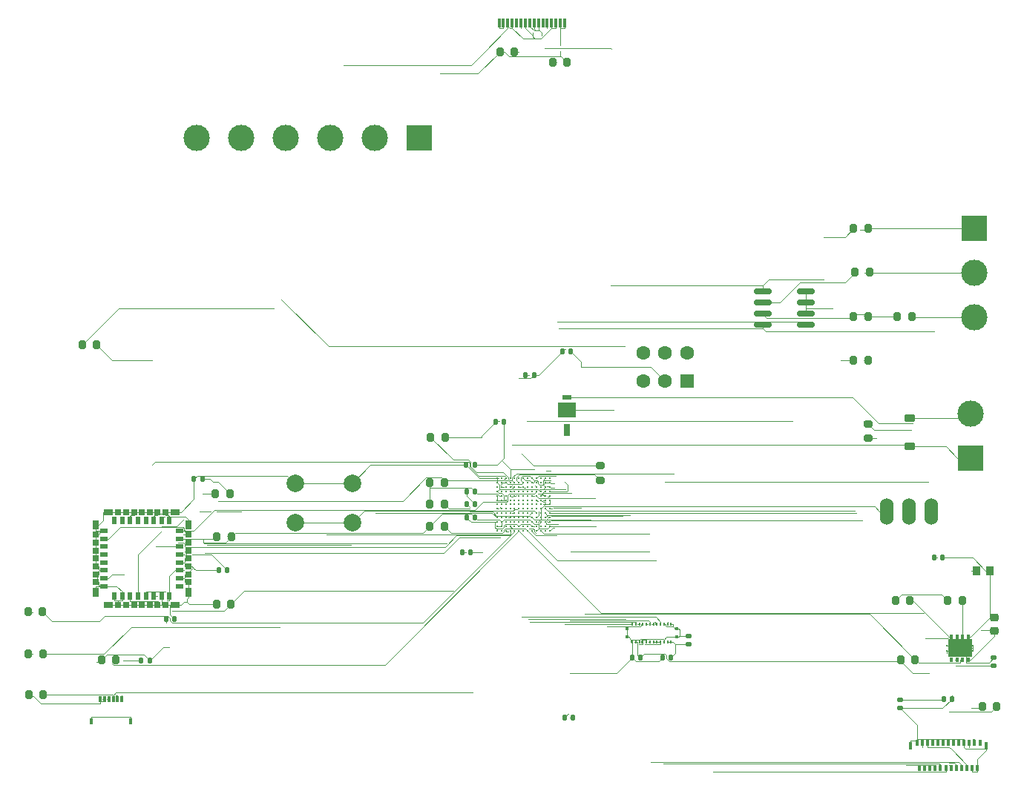
<source format=gbr>
%TF.GenerationSoftware,KiCad,Pcbnew,8.0.1*%
%TF.CreationDate,2024-06-25T09:58:30-03:00*%
%TF.ProjectId,EA075_Optisort,45413037-355f-44f7-9074-69736f72742e,rev?*%
%TF.SameCoordinates,Original*%
%TF.FileFunction,Copper,L1,Top*%
%TF.FilePolarity,Positive*%
%FSLAX46Y46*%
G04 Gerber Fmt 4.6, Leading zero omitted, Abs format (unit mm)*
G04 Created by KiCad (PCBNEW 8.0.1) date 2024-06-25 09:58:30*
%MOMM*%
%LPD*%
G01*
G04 APERTURE LIST*
G04 Aperture macros list*
%AMRoundRect*
0 Rectangle with rounded corners*
0 $1 Rounding radius*
0 $2 $3 $4 $5 $6 $7 $8 $9 X,Y pos of 4 corners*
0 Add a 4 corners polygon primitive as box body*
4,1,4,$2,$3,$4,$5,$6,$7,$8,$9,$2,$3,0*
0 Add four circle primitives for the rounded corners*
1,1,$1+$1,$2,$3*
1,1,$1+$1,$4,$5*
1,1,$1+$1,$6,$7*
1,1,$1+$1,$8,$9*
0 Add four rect primitives between the rounded corners*
20,1,$1+$1,$2,$3,$4,$5,0*
20,1,$1+$1,$4,$5,$6,$7,0*
20,1,$1+$1,$6,$7,$8,$9,0*
20,1,$1+$1,$8,$9,$2,$3,0*%
G04 Aperture macros list end*
%TA.AperFunction,SMDPad,CuDef*%
%ADD10R,0.298000X1.000000*%
%TD*%
%TA.AperFunction,SMDPad,CuDef*%
%ADD11R,1.100000X0.500000*%
%TD*%
%TA.AperFunction,SMDPad,CuDef*%
%ADD12R,2.030000X1.820000*%
%TD*%
%TA.AperFunction,SMDPad,CuDef*%
%ADD13R,0.750000X1.380000*%
%TD*%
%TA.AperFunction,BGAPad,CuDef*%
%ADD14C,0.270000*%
%TD*%
%TA.AperFunction,SMDPad,CuDef*%
%ADD15RoundRect,0.200000X-0.200000X-0.275000X0.200000X-0.275000X0.200000X0.275000X-0.200000X0.275000X0*%
%TD*%
%TA.AperFunction,ComponentPad*%
%ADD16C,2.000000*%
%TD*%
%TA.AperFunction,ComponentPad*%
%ADD17R,3.000000X3.000000*%
%TD*%
%TA.AperFunction,ComponentPad*%
%ADD18C,3.000000*%
%TD*%
%TA.AperFunction,SMDPad,CuDef*%
%ADD19RoundRect,0.150000X0.825000X0.150000X-0.825000X0.150000X-0.825000X-0.150000X0.825000X-0.150000X0*%
%TD*%
%TA.AperFunction,ComponentPad*%
%ADD20R,1.600000X1.600000*%
%TD*%
%TA.AperFunction,ComponentPad*%
%ADD21C,1.600000*%
%TD*%
%TA.AperFunction,SMDPad,CuDef*%
%ADD22RoundRect,0.200000X0.200000X0.275000X-0.200000X0.275000X-0.200000X-0.275000X0.200000X-0.275000X0*%
%TD*%
%TA.AperFunction,SMDPad,CuDef*%
%ADD23RoundRect,0.200000X0.275000X-0.200000X0.275000X0.200000X-0.275000X0.200000X-0.275000X-0.200000X0*%
%TD*%
%TA.AperFunction,ComponentPad*%
%ADD24O,1.524000X3.048000*%
%TD*%
%TA.AperFunction,SMDPad,CuDef*%
%ADD25R,0.900000X1.000000*%
%TD*%
%TA.AperFunction,SMDPad,CuDef*%
%ADD26RoundRect,0.218750X-0.256250X0.218750X-0.256250X-0.218750X0.256250X-0.218750X0.256250X0.218750X0*%
%TD*%
%TA.AperFunction,SMDPad,CuDef*%
%ADD27R,0.300000X0.800000*%
%TD*%
%TA.AperFunction,SMDPad,CuDef*%
%ADD28R,0.400000X0.800000*%
%TD*%
%TA.AperFunction,SMDPad,CuDef*%
%ADD29R,0.400000X0.950000*%
%TD*%
%TA.AperFunction,SMDPad,CuDef*%
%ADD30R,0.300000X0.650000*%
%TD*%
%TA.AperFunction,SMDPad,CuDef*%
%ADD31R,0.240000X0.350000*%
%TD*%
%TA.AperFunction,SMDPad,CuDef*%
%ADD32R,0.300000X0.420000*%
%TD*%
%TA.AperFunction,SMDPad,CuDef*%
%ADD33R,1.100000X0.650000*%
%TD*%
%TA.AperFunction,SMDPad,CuDef*%
%ADD34R,0.650000X0.650000*%
%TD*%
%TA.AperFunction,SMDPad,CuDef*%
%ADD35R,0.650000X1.100000*%
%TD*%
%TA.AperFunction,SMDPad,CuDef*%
%ADD36R,0.500000X0.840000*%
%TD*%
%TA.AperFunction,SMDPad,CuDef*%
%ADD37R,0.840000X0.500000*%
%TD*%
%TA.AperFunction,SMDPad,CuDef*%
%ADD38R,0.180000X0.230000*%
%TD*%
%TA.AperFunction,SMDPad,CuDef*%
%ADD39R,2.740000X2.000000*%
%TD*%
%TA.AperFunction,SMDPad,CuDef*%
%ADD40R,0.350000X0.500000*%
%TD*%
%TA.AperFunction,SMDPad,CuDef*%
%ADD41RoundRect,0.225000X0.375000X-0.225000X0.375000X0.225000X-0.375000X0.225000X-0.375000X-0.225000X0*%
%TD*%
%TA.AperFunction,SMDPad,CuDef*%
%ADD42RoundRect,0.140000X0.140000X0.170000X-0.140000X0.170000X-0.140000X-0.170000X0.140000X-0.170000X0*%
%TD*%
%TA.AperFunction,SMDPad,CuDef*%
%ADD43RoundRect,0.140000X-0.140000X-0.170000X0.140000X-0.170000X0.140000X0.170000X-0.140000X0.170000X0*%
%TD*%
%TA.AperFunction,SMDPad,CuDef*%
%ADD44RoundRect,0.140000X0.170000X-0.140000X0.170000X0.140000X-0.170000X0.140000X-0.170000X-0.140000X0*%
%TD*%
%TA.AperFunction,SMDPad,CuDef*%
%ADD45RoundRect,0.140000X-0.170000X0.140000X-0.170000X-0.140000X0.170000X-0.140000X0.170000X0.140000X0*%
%TD*%
%TA.AperFunction,ViaPad*%
%ADD46C,0.100000*%
%TD*%
%TA.AperFunction,Conductor*%
%ADD47C,0.050000*%
%TD*%
G04 APERTURE END LIST*
D10*
%TO.P,J7,A7,DA-*%
%TO.N,USB_DN*%
X116655000Y-31350000D03*
%TO.P,J7,B5,CC2*%
%TO.N,Net-(J7-CC2)*%
X116155000Y-31350000D03*
%TO.P,J7,A8,SBU1*%
%TO.N,unconnected-(J7-SBU1-PadA8)*%
X115655000Y-31350000D03*
%TO.P,J7,B4,VBUS3*%
%TO.N,+5V*%
X115155000Y-31350000D03*
%TO.P,J7,A9,VBUS2*%
X114655000Y-31350000D03*
%TO.P,J7,B1,GND3*%
%TO.N,Com*%
X114155000Y-31350000D03*
%TO.P,J7,A5,CC1*%
%TO.N,Net-(J7-CC1)*%
X119155000Y-31350000D03*
%TO.P,J7,B12,GND4*%
%TO.N,Com*%
X120655000Y-31350000D03*
%TO.P,J7,A4,VBUS1*%
%TO.N,+5V*%
X120155000Y-31350000D03*
%TO.P,J7,B9,VBUS4*%
X119655000Y-31350000D03*
%TO.P,J7,B8,SBU2*%
%TO.N,unconnected-(J7-SBU2-PadB8)*%
X118655000Y-31350000D03*
%TO.P,J7,A6,DA+*%
%TO.N,USB_DP*%
X118155000Y-31350000D03*
%TO.P,J7,B7,DB-*%
%TO.N,USB_DN*%
X117655000Y-31350000D03*
%TO.P,J7,B6,DB+*%
%TO.N,USB_DP*%
X117155000Y-31350000D03*
%TO.P,J7,A12,GND2*%
%TO.N,Com*%
X113655000Y-31350000D03*
%TO.P,J7,A1,GND1*%
X121155000Y-31350000D03*
%TD*%
D11*
%TO.P,D2,1,K*%
%TO.N,Net-(D2-K)*%
X121425000Y-74085000D03*
D12*
%TO.P,D2,2,A*%
%TO.N,Net-(D2-A)*%
X121425000Y-75490000D03*
D13*
%TO.P,D2,3*%
%TO.N,N/C*%
X121425000Y-77800000D03*
%TD*%
D14*
%TO.P,U1,A1,VSS*%
%TO.N,Com*%
X113425000Y-83300000D03*
%TO.P,U1,A2,PE2*%
%TO.N,unconnected-(U1-PE2-PadA2)*%
X113925000Y-83300000D03*
%TO.P,U1,A3,VDDLDO*%
%TO.N,+2V8*%
X114425000Y-83300000D03*
%TO.P,U1,A4,VCAP*%
%TO.N,Net-(U1-VCAPDSI)*%
X114925000Y-83300000D03*
%TO.P,U1,A5,PB5*%
%TO.N,unconnected-(U1-PB5-PadA5)*%
X115425000Y-83300000D03*
%TO.P,U1,A6,PB3*%
%TO.N,unconnected-(U1-PB3-PadA6)*%
X115925000Y-83300000D03*
%TO.P,U1,A7,VSS*%
%TO.N,Com*%
X116425000Y-83300000D03*
%TO.P,U1,A8,PD7*%
%TO.N,unconnected-(U1-PD7-PadA8)*%
X116925000Y-83300000D03*
%TO.P,U1,A9,VDD*%
%TO.N,+2V8*%
X117425000Y-83300000D03*
%TO.P,U1,A10,PD3*%
%TO.N,D5*%
X117925000Y-83300000D03*
%TO.P,U1,A11,PA14*%
%TO.N,unconnected-(U1-PA14-PadA11)*%
X118425000Y-83300000D03*
%TO.P,U1,A12,VSS*%
%TO.N,Com*%
X118925000Y-83300000D03*
%TO.P,U1,A13,PA10*%
%TO.N,unconnected-(U1-PA10-PadA13)*%
X119425000Y-83300000D03*
%TO.P,U1,B1,VBAT*%
%TO.N,Com*%
X113425000Y-83800000D03*
%TO.P,U1,B2,VDD*%
%TO.N,+2V8*%
X113925000Y-83800000D03*
%TO.P,U1,B3,PDR_ON*%
X114425000Y-83800000D03*
%TO.P,U1,B4,VSS*%
%TO.N,Com*%
X114925000Y-83800000D03*
%TO.P,U1,B5,BOOT0*%
%TO.N,Net-(SW1-A)*%
X115425000Y-83800000D03*
%TO.P,U1,B6,PB4*%
%TO.N,SPI1_MISO*%
X115925000Y-83800000D03*
%TO.P,U1,B7,VDD*%
%TO.N,+2V8*%
X116425000Y-83800000D03*
%TO.P,U1,B8,PD6*%
%TO.N,unconnected-(U1-PD6-PadB8)*%
X116925000Y-83800000D03*
%TO.P,U1,B9,VSS*%
%TO.N,Com*%
X117425000Y-83800000D03*
%TO.P,U1,B10,PA15*%
%TO.N,unconnected-(U1-PA15-PadB10)*%
X117925000Y-83800000D03*
%TO.P,U1,B11,PA13*%
%TO.N,unconnected-(U1-PA13-PadB11)*%
X118425000Y-83800000D03*
%TO.P,U1,B12,VDD*%
%TO.N,+2V8*%
X118925000Y-83800000D03*
%TO.P,U1,B13,VDDLDO*%
X119425000Y-83800000D03*
%TO.P,U1,C1,PC14*%
%TO.N,unconnected-(U1-PC14-PadC1)*%
X113425000Y-84300000D03*
%TO.P,U1,C2,PE6*%
%TO.N,D7*%
X113925000Y-84300000D03*
%TO.P,U1,C3,PE3*%
%TO.N,unconnected-(U1-PE3-PadC3)*%
X114425000Y-84300000D03*
%TO.P,U1,C4,PE1*%
%TO.N,UART8_TX*%
X114925000Y-84300000D03*
%TO.P,U1,C5,PB7*%
%TO.N,I2C1_SDA*%
X115425000Y-84300000D03*
%TO.P,U1,C6,PG15*%
%TO.N,NC9*%
X115925000Y-84300000D03*
%TO.P,U1,C7,PG9*%
%TO.N,DCMI_VSYNC*%
X116425000Y-84300000D03*
%TO.P,U1,C8,PD5*%
%TO.N,unconnected-(U1-PD5-PadC8)*%
X116925000Y-84300000D03*
%TO.P,U1,C9,PD1*%
%TO.N,unconnected-(U1-PD1-PadC9)*%
X117425000Y-84300000D03*
%TO.P,U1,C10,PD0*%
%TO.N,NC4*%
X117925000Y-84300000D03*
%TO.P,U1,C11,PC10*%
%TO.N,unconnected-(U1-PC10-PadC11)*%
X118425000Y-84300000D03*
%TO.P,U1,C12,VSS*%
%TO.N,Com*%
X118925000Y-84300000D03*
%TO.P,U1,C13,VCAP*%
%TO.N,Net-(U1-VCAPDSI)*%
X119425000Y-84300000D03*
%TO.P,U1,D1,VSS*%
%TO.N,Com*%
X113425000Y-84800000D03*
%TO.P,U1,D2,PC15*%
%TO.N,unconnected-(U1-PC15-PadD2)*%
X113925000Y-84800000D03*
%TO.P,U1,D3,PE4*%
%TO.N,unconnected-(U1-PE4-PadD3)*%
X114425000Y-84800000D03*
%TO.P,U1,D4,PE0*%
%TO.N,UART8_RX*%
X114925000Y-84800000D03*
%TO.P,U1,D5,PB8*%
%TO.N,unconnected-(U1-PB8-PadD5)*%
X115425000Y-84800000D03*
%TO.P,U1,D6,PB9*%
%TO.N,unconnected-(U1-PB9-PadD6)*%
X115925000Y-84800000D03*
%TO.P,U1,D7,PG10*%
%TO.N,unconnected-(U1-PG10-PadD7)*%
X116425000Y-84800000D03*
%TO.P,U1,D8,PD4*%
%TO.N,unconnected-(U1-PD4-PadD8)*%
X116925000Y-84800000D03*
%TO.P,U1,D9,PC12*%
%TO.N,unconnected-(U1-PC12-PadD9)*%
X117425000Y-84800000D03*
%TO.P,U1,D10,PA8*%
%TO.N,SPI_VSYNC*%
X117925000Y-84800000D03*
%TO.P,U1,D11,PA9*%
%TO.N,SPI_PWCTRL*%
X118425000Y-84800000D03*
%TO.P,U1,D12,PA11*%
%TO.N,USB_DN*%
X118925000Y-84800000D03*
%TO.P,U1,D13,PA12*%
%TO.N,USB_DP*%
X119425000Y-84800000D03*
%TO.P,U1,E1,VLXSMPS*%
%TO.N,Com*%
X113425000Y-85300000D03*
%TO.P,U1,E2,VDD*%
%TO.N,+2V8*%
X113925000Y-85300000D03*
%TO.P,U1,E3,PC13*%
%TO.N,unconnected-(U1-PC13-PadE3)*%
X114425000Y-85300000D03*
%TO.P,U1,E4,PE5*%
%TO.N,D6*%
X114925000Y-85300000D03*
%TO.P,U1,E5,PB6*%
%TO.N,I2C1_SCL*%
X115425000Y-85300000D03*
%TO.P,U1,E6,PG14*%
%TO.N,unconnected-(U1-PG14-PadE6)*%
X115925000Y-85300000D03*
%TO.P,U1,E7,PG11*%
%TO.N,unconnected-(U1-PG11-PadE7)*%
X116425000Y-85300000D03*
%TO.P,U1,E8,PD2*%
%TO.N,unconnected-(U1-PD2-PadE8)*%
X116925000Y-85300000D03*
%TO.P,U1,E9,PC11*%
%TO.N,D4*%
X117425000Y-85300000D03*
%TO.P,U1,E10,PC7*%
%TO.N,D1*%
X117925000Y-85300000D03*
%TO.P,U1,E11,PC9*%
%TO.N,D3*%
X118425000Y-85300000D03*
%TO.P,U1,E12,VDD*%
%TO.N,+2V8*%
X118925000Y-85300000D03*
%TO.P,U1,E13,VSS*%
%TO.N,Com*%
X119425000Y-85300000D03*
%TO.P,U1,F1,VDDSMPS*%
X113425000Y-85800000D03*
%TO.P,U1,F2,VSSSMPS*%
X113925000Y-85800000D03*
%TO.P,U1,F3,VFBSMPS*%
X114425000Y-85800000D03*
%TO.P,U1,F4,PF0*%
%TO.N,unconnected-(U1-PF0-PadF4)*%
X114925000Y-85800000D03*
%TO.P,U1,F5,PF1*%
%TO.N,unconnected-(U1-PF1-PadF5)*%
X115425000Y-85800000D03*
%TO.P,U1,F6,PF2*%
%TO.N,unconnected-(U1-PF2-PadF6)*%
X115925000Y-85800000D03*
%TO.P,U1,F7,PG13*%
%TO.N,unconnected-(U1-PG13-PadF7)*%
X116425000Y-85800000D03*
%TO.P,U1,F8,PG7*%
%TO.N,unconnected-(U1-PG7-PadF8)*%
X116925000Y-85800000D03*
%TO.P,U1,F9,PG8*%
%TO.N,unconnected-(U1-PG8-PadF9)*%
X117425000Y-85800000D03*
%TO.P,U1,F10,PC8*%
%TO.N,D2*%
X117925000Y-85800000D03*
%TO.P,U1,F11,PC6*%
%TO.N,D0*%
X118425000Y-85800000D03*
%TO.P,U1,F12,VDD50_USB*%
%TO.N,+5V*%
X118925000Y-85800000D03*
%TO.P,U1,F13,VDD33_USB*%
%TO.N,Com*%
X119425000Y-85800000D03*
%TO.P,U1,G1,PF4*%
%TO.N,unconnected-(U1-PF4-PadG1)*%
X113425000Y-86300000D03*
%TO.P,U1,G2,PF3*%
%TO.N,unconnected-(U1-PF3-PadG2)*%
X113925000Y-86300000D03*
%TO.P,U1,G3,PF5*%
%TO.N,unconnected-(U1-PF5-PadG3)*%
X114425000Y-86300000D03*
%TO.P,U1,G4,PF6*%
%TO.N,unconnected-(U1-PF6-PadG4)*%
X114925000Y-86300000D03*
%TO.P,U1,G5,PF7*%
%TO.N,unconnected-(U1-PF7-PadG5)*%
X115425000Y-86300000D03*
%TO.P,U1,G6,PF8*%
%TO.N,unconnected-(U1-PF8-PadG6)*%
X115925000Y-86300000D03*
%TO.P,U1,G7,PG12*%
%TO.N,unconnected-(U1-PG12-PadG7)*%
X116425000Y-86300000D03*
%TO.P,U1,G8,PG3*%
%TO.N,unconnected-(U1-PG3-PadG8)*%
X116925000Y-86300000D03*
%TO.P,U1,G9,PG5*%
%TO.N,unconnected-(U1-PG5-PadG9)*%
X117425000Y-86300000D03*
%TO.P,U1,G10,PG4*%
%TO.N,unconnected-(U1-PG4-PadG10)*%
X117925000Y-86300000D03*
%TO.P,U1,G11,PG6*%
%TO.N,unconnected-(U1-PG6-PadG11)*%
X118425000Y-86300000D03*
%TO.P,U1,G12,VSSDSI*%
%TO.N,Com*%
X118925000Y-86300000D03*
%TO.P,U1,G13,VSSDSI*%
X119425000Y-86300000D03*
%TO.P,U1,H1,VDD*%
%TO.N,+2V8*%
X113425000Y-86800000D03*
%TO.P,U1,H2,VSS*%
%TO.N,Com*%
X113925000Y-86800000D03*
%TO.P,U1,H3,PF9*%
%TO.N,unconnected-(U1-PF9-PadH3)*%
X114425000Y-86800000D03*
%TO.P,U1,H4,PF10*%
%TO.N,unconnected-(U1-PF10-PadH4)*%
X114925000Y-86800000D03*
%TO.P,U1,H5,NRST*%
%TO.N,Net-(U1-NRST)*%
X115425000Y-86800000D03*
%TO.P,U1,H6,PB1*%
%TO.N,unconnected-(U1-PB1-PadH6)*%
X115925000Y-86800000D03*
%TO.P,U1,H7,PG2*%
%TO.N,unconnected-(U1-PG2-PadH7)*%
X116425000Y-86800000D03*
%TO.P,U1,H8,PE13*%
%TO.N,unconnected-(U1-PE13-PadH8)*%
X116925000Y-86800000D03*
%TO.P,U1,H9,PD14*%
%TO.N,unconnected-(U1-PD14-PadH9)*%
X117425000Y-86800000D03*
%TO.P,U1,H10,PD15*%
%TO.N,unconnected-(U1-PD15-PadH10)*%
X117925000Y-86800000D03*
%TO.P,U1,H11,VSS*%
%TO.N,Com*%
X118425000Y-86800000D03*
%TO.P,U1,H12,DSI_D1P*%
%TO.N,DSI_D1P*%
X118925000Y-86800000D03*
%TO.P,U1,H13,DSI_D1N*%
%TO.N,DSI_D1N*%
X119425000Y-86800000D03*
%TO.P,U1,J1,PH1*%
%TO.N,unconnected-(U1-PH1-PadJ1)*%
X113425000Y-87300000D03*
%TO.P,U1,J2,PH0*%
%TO.N,unconnected-(U1-PH0-PadJ2)*%
X113925000Y-87300000D03*
%TO.P,U1,J3,PC1*%
%TO.N,unconnected-(U1-PC1-PadJ3)*%
X114425000Y-87300000D03*
%TO.P,U1,J4,PC0*%
%TO.N,unconnected-(U1-PC0-PadJ4)*%
X114925000Y-87300000D03*
%TO.P,U1,J5,PA5*%
%TO.N,SPI1_SCK*%
X115425000Y-87300000D03*
%TO.P,U1,J6,PF12*%
%TO.N,unconnected-(U1-PF12-PadJ6)*%
X115925000Y-87300000D03*
%TO.P,U1,J7,PG1*%
%TO.N,unconnected-(U1-PG1-PadJ7)*%
X116425000Y-87300000D03*
%TO.P,U1,J8,PE12*%
%TO.N,unconnected-(U1-PE12-PadJ8)*%
X116925000Y-87300000D03*
%TO.P,U1,J9,PD13*%
%TO.N,I2C4_SDA*%
X117425000Y-87300000D03*
%TO.P,U1,J10,PD12*%
%TO.N,I2C4_SCL*%
X117925000Y-87300000D03*
%TO.P,U1,J11,VSS*%
%TO.N,Com*%
X118425000Y-87300000D03*
%TO.P,U1,J12,DSI_CKP*%
%TO.N,DSI_CKP*%
X118925000Y-87300000D03*
%TO.P,U1,J13,DSI_CKN*%
%TO.N,DSI_CKN*%
X119425000Y-87300000D03*
%TO.P,U1,K1,PC2_C*%
%TO.N,SPI1_CS*%
X113425000Y-87800000D03*
%TO.P,U1,K2,PC3_C*%
%TO.N,unconnected-(U1-PC3_C-PadK2)*%
X113925000Y-87800000D03*
%TO.P,U1,K3,PA0*%
%TO.N,unconnected-(U1-PA0-PadK3)*%
X114425000Y-87800000D03*
%TO.P,U1,K4,PA7*%
%TO.N,SPI1_MOSI*%
X114925000Y-87800000D03*
%TO.P,U1,K5,PC5*%
%TO.N,unconnected-(U1-PC5-PadK5)*%
X115425000Y-87800000D03*
%TO.P,U1,K6,PF11*%
%TO.N,unconnected-(U1-PF11-PadK6)*%
X115925000Y-87800000D03*
%TO.P,U1,K7,PE7*%
%TO.N,unconnected-(U1-PE7-PadK7)*%
X116425000Y-87800000D03*
%TO.P,U1,K8,PE15*%
%TO.N,unconnected-(U1-PE15-PadK8)*%
X116925000Y-87800000D03*
%TO.P,U1,K9,PB10*%
%TO.N,I2C2_SCL*%
X117425000Y-87800000D03*
%TO.P,U1,K10,PD11*%
%TO.N,VALVECTRL*%
X117925000Y-87800000D03*
%TO.P,U1,K11,VSS*%
%TO.N,Com*%
X118425000Y-87800000D03*
%TO.P,U1,K12,DSI_D0P*%
%TO.N,DSI_D0P*%
X118925000Y-87800000D03*
%TO.P,U1,K13,DSI_D0N*%
%TO.N,DSI_D0N*%
X119425000Y-87800000D03*
%TO.P,U1,L1,VREF-*%
%TO.N,Com*%
X113425000Y-88300000D03*
%TO.P,U1,L2,VDDA*%
%TO.N,+2V8*%
X113925000Y-88300000D03*
%TO.P,U1,L3,PA1*%
%TO.N,unconnected-(U1-PA1-PadL3)*%
X114425000Y-88300000D03*
%TO.P,U1,L4,PC4*%
%TO.N,unconnected-(U1-PC4-PadL4)*%
X114925000Y-88300000D03*
%TO.P,U1,L5,PB2*%
%TO.N,unconnected-(U1-PB2-PadL5)*%
X115425000Y-88300000D03*
%TO.P,U1,L6,PG0*%
%TO.N,unconnected-(U1-PG0-PadL6)*%
X115925000Y-88300000D03*
%TO.P,U1,L7,PE10*%
%TO.N,unconnected-(U1-PE10-PadL7)*%
X116425000Y-88300000D03*
%TO.P,U1,L8,PE8*%
%TO.N,unconnected-(U1-PE8-PadL8)*%
X116925000Y-88300000D03*
%TO.P,U1,L9,VDD*%
%TO.N,+2V8*%
X117425000Y-88300000D03*
%TO.P,U1,L10,PB12*%
%TO.N,unconnected-(U1-PB12-PadL10)*%
X117925000Y-88300000D03*
%TO.P,U1,L11,VDD*%
%TO.N,+2V8*%
X118425000Y-88300000D03*
%TO.P,U1,L12,VCAPDSI*%
%TO.N,Net-(U1-VCAPDSI)*%
X118925000Y-88300000D03*
%TO.P,U1,L13,VSS*%
%TO.N,Com*%
X119425000Y-88300000D03*
%TO.P,U1,M1,VREF+*%
%TO.N,+2V8*%
X113425000Y-88800000D03*
%TO.P,U1,M2,VDD*%
X113925000Y-88800000D03*
%TO.P,U1,M3,PA2*%
%TO.N,unconnected-(U1-PA2-PadM3)*%
X114425000Y-88800000D03*
%TO.P,U1,M4,PA6*%
%TO.N,DCMI_PIXCLK*%
X114925000Y-88800000D03*
%TO.P,U1,M5,PF13*%
%TO.N,unconnected-(U1-PF13-PadM5)*%
X115425000Y-88800000D03*
%TO.P,U1,M6,VSS*%
%TO.N,Com*%
X115925000Y-88800000D03*
%TO.P,U1,M7,PF15*%
%TO.N,unconnected-(U1-PF15-PadM7)*%
X116425000Y-88800000D03*
%TO.P,U1,M8,PE14*%
%TO.N,unconnected-(U1-PE14-PadM8)*%
X116925000Y-88800000D03*
%TO.P,U1,M9,VSS*%
%TO.N,Com*%
X117425000Y-88800000D03*
%TO.P,U1,M10,PB13*%
%TO.N,unconnected-(U1-PB13-PadM10)*%
X117925000Y-88800000D03*
%TO.P,U1,M11,PB15*%
%TO.N,unconnected-(U1-PB15-PadM11)*%
X118425000Y-88800000D03*
%TO.P,U1,M12,PD9*%
%TO.N,unconnected-(U1-PD9-PadM12)*%
X118925000Y-88800000D03*
%TO.P,U1,M13,VDDDSI*%
%TO.N,+2V8*%
X119425000Y-88800000D03*
%TO.P,U1,N1,VSS*%
%TO.N,Com*%
X113425000Y-89300000D03*
%TO.P,U1,N2,PA3*%
%TO.N,unconnected-(U1-PA3-PadN2)*%
X113925000Y-89300000D03*
%TO.P,U1,N3,PA4*%
%TO.N,DCMI_HSYNC*%
X114425000Y-89300000D03*
%TO.P,U1,N4,PB0*%
%TO.N,MASTERCLOCK_LEPTON*%
X114925000Y-89300000D03*
%TO.P,U1,N5,PF14*%
%TO.N,INTERRUPT_REQUEST*%
X115425000Y-89300000D03*
%TO.P,U1,N6,PE9*%
%TO.N,LCD_RESET*%
X115925000Y-89300000D03*
%TO.P,U1,N7,PE11*%
%TO.N,unconnected-(U1-PE11-PadN7)*%
X116425000Y-89300000D03*
%TO.P,U1,N8,PB11*%
%TO.N,I2C2_SDA*%
X116925000Y-89300000D03*
%TO.P,U1,N9,VCAP*%
%TO.N,Net-(U1-VCAPDSI)*%
X117425000Y-89300000D03*
%TO.P,U1,N10,VDDLDO*%
%TO.N,+2V8*%
X117925000Y-89300000D03*
%TO.P,U1,N11,PB14*%
%TO.N,MASTERCLOCK*%
X118425000Y-89300000D03*
%TO.P,U1,N12,PD8*%
%TO.N,unconnected-(U1-PD8-PadN12)*%
X118925000Y-89300000D03*
%TO.P,U1,N13,PD10*%
%TO.N,LCD_ON*%
X119425000Y-89300000D03*
%TD*%
D15*
%TO.P,R22,1*%
%TO.N,+2V8*%
X68300000Y-104000000D03*
%TO.P,R22,2*%
%TO.N,LCD_RESET*%
X69950000Y-104000000D03*
%TD*%
D16*
%TO.P,SW2,1,1*%
%TO.N,Com*%
X90400000Y-83900000D03*
X96900000Y-83900000D03*
%TO.P,SW2,2,2*%
%TO.N,Net-(U1-NRST)*%
X90400000Y-88400000D03*
X96900000Y-88400000D03*
%TD*%
D17*
%TO.P,J8,1,Pin_1*%
%TO.N,Com*%
X104580000Y-44400000D03*
D18*
%TO.P,J8,2,Pin_2*%
%TO.N,+12V*%
X99500000Y-44400000D03*
%TO.P,J8,3,Pin_3*%
%TO.N,+5V*%
X94420000Y-44400000D03*
%TO.P,J8,4,Pin_4*%
%TO.N,+2V8*%
X89340000Y-44400000D03*
%TO.P,J8,5,Pin_5*%
%TO.N,+1V8*%
X84260000Y-44400000D03*
%TO.P,J8,6,Pin_6*%
%TO.N,+1V2*%
X79180000Y-44400000D03*
%TD*%
D19*
%TO.P,U2,8,VCC*%
%TO.N,+5V*%
X143750000Y-65810000D03*
%TO.P,U2,7,B*%
%TO.N,Net-(J1-Pin_2)*%
X143750000Y-64540000D03*
%TO.P,U2,6,A*%
%TO.N,Net-(J1-Pin_1)*%
X143750000Y-63270000D03*
%TO.P,U2,5,GND*%
%TO.N,Com*%
X143750000Y-62000000D03*
%TO.P,U2,4,DI*%
%TO.N,UART8_TX*%
X148700000Y-62000000D03*
%TO.P,U2,3,DE*%
X148700000Y-63270000D03*
%TO.P,U2,2,~{RE}*%
X148700000Y-64540000D03*
%TO.P,U2,1,RO*%
%TO.N,UART8_RX*%
X148700000Y-65810000D03*
%TD*%
D20*
%TO.P,SW1,1,A*%
%TO.N,Net-(SW1-A)*%
X135100000Y-72200000D03*
D21*
%TO.P,SW1,2,B*%
%TO.N,+2V8*%
X132600000Y-72200000D03*
%TO.P,SW1,3*%
%TO.N,N/C*%
X130100000Y-72200000D03*
%TO.P,SW1,4*%
X135100000Y-69000000D03*
%TO.P,SW1,5*%
X132600000Y-69000000D03*
%TO.P,SW1,6*%
X130100000Y-69000000D03*
%TD*%
D22*
%TO.P,R25,2*%
%TO.N,Com*%
X113775000Y-34600000D03*
%TO.P,R25,1*%
%TO.N,Net-(J7-CC2)*%
X115425000Y-34600000D03*
%TD*%
D15*
%TO.P,R24,1*%
%TO.N,Net-(J7-CC1)*%
X119775000Y-35775000D03*
%TO.P,R24,2*%
%TO.N,Com*%
X121425000Y-35775000D03*
%TD*%
%TO.P,R23,1*%
%TO.N,Net-(SW1-A)*%
X105850000Y-78600000D03*
%TO.P,R23,2*%
%TO.N,Com*%
X107500000Y-78600000D03*
%TD*%
D22*
%TO.P,R21,1*%
%TO.N,+2V8*%
X170425000Y-109400000D03*
%TO.P,R21,2*%
%TO.N,LCD_RESET*%
X168775000Y-109400000D03*
%TD*%
D15*
%TO.P,R20,2*%
%TO.N,LCD_ON*%
X161125000Y-104000000D03*
%TO.P,R20,1*%
%TO.N,+2V8*%
X159475000Y-104000000D03*
%TD*%
%TO.P,R19,1*%
%TO.N,+2V8*%
X105775000Y-88810000D03*
%TO.P,R19,2*%
%TO.N,I2C2_SDA*%
X107425000Y-88810000D03*
%TD*%
%TO.P,R18,1*%
%TO.N,+2V8*%
X105775000Y-86300000D03*
%TO.P,R18,2*%
%TO.N,I2C2_SCL*%
X107425000Y-86300000D03*
%TD*%
%TO.P,R17,1*%
%TO.N,+2V8*%
X105775000Y-83790000D03*
%TO.P,R17,2*%
%TO.N,I2C1_SCL*%
X107425000Y-83790000D03*
%TD*%
%TO.P,R16,1*%
%TO.N,+2V8*%
X66100000Y-68075000D03*
%TO.P,R16,2*%
%TO.N,I2C1_SDA*%
X67750000Y-68075000D03*
%TD*%
%TO.P,R15,2*%
%TO.N,LEDK*%
X160525000Y-97300000D03*
%TO.P,R15,1*%
%TO.N,Com*%
X158875000Y-97300000D03*
%TD*%
D22*
%TO.P,R14,1*%
%TO.N,Net-(IC1-RSET)*%
X166525000Y-97300000D03*
%TO.P,R14,2*%
%TO.N,Com*%
X164875000Y-97300000D03*
%TD*%
D15*
%TO.P,R13,1*%
%TO.N,+2V8*%
X59900000Y-98500000D03*
%TO.P,R13,2*%
%TO.N,INTERRUPT_REQUEST*%
X61550000Y-98500000D03*
%TD*%
%TO.P,R12,1*%
%TO.N,+2V8*%
X59950000Y-103400000D03*
%TO.P,R12,2*%
%TO.N,I2C4_SCL*%
X61600000Y-103400000D03*
%TD*%
%TO.P,R11,1*%
%TO.N,+2V8*%
X60000000Y-108000000D03*
%TO.P,R11,2*%
%TO.N,I2C4_SDA*%
X61650000Y-108000000D03*
%TD*%
D23*
%TO.P,R10,2*%
%TO.N,Com*%
X155800000Y-77100000D03*
%TO.P,R10,1*%
%TO.N,VALVECTRL*%
X155800000Y-78750000D03*
%TD*%
D22*
%TO.P,R9,1*%
%TO.N,Net-(J1-Pin_3)*%
X160750000Y-64800000D03*
%TO.P,R9,2*%
%TO.N,Com*%
X159100000Y-64800000D03*
%TD*%
D15*
%TO.P,R8,1*%
%TO.N,Net-(C5-Pad2)*%
X81300000Y-85100000D03*
%TO.P,R8,2*%
%TO.N,+2V8*%
X82950000Y-85100000D03*
%TD*%
%TO.P,R7,1*%
%TO.N,+5V*%
X154100000Y-54800000D03*
%TO.P,R7,2*%
%TO.N,Net-(J1-Pin_1)*%
X155750000Y-54800000D03*
%TD*%
%TO.P,R6,1*%
%TO.N,Net-(J1-Pin_2)*%
X154100000Y-64800000D03*
%TO.P,R6,2*%
%TO.N,Com*%
X155750000Y-64800000D03*
%TD*%
%TO.P,R5,1*%
%TO.N,Net-(J1-Pin_1)*%
X154275000Y-59800000D03*
%TO.P,R5,2*%
%TO.N,Net-(J1-Pin_2)*%
X155925000Y-59800000D03*
%TD*%
%TO.P,R4,1*%
%TO.N,SPI_PWCTRL*%
X81450000Y-90000000D03*
%TO.P,R4,2*%
%TO.N,+2V8*%
X83100000Y-90000000D03*
%TD*%
%TO.P,R3,1*%
%TO.N,Com*%
X81400000Y-97700000D03*
%TO.P,R3,2*%
%TO.N,SPI1_MOSI*%
X83050000Y-97700000D03*
%TD*%
D23*
%TO.P,R2,1*%
%TO.N,SPI1_MISO*%
X125200000Y-83525000D03*
%TO.P,R2,2*%
%TO.N,Net-(J2-Pad12)*%
X125200000Y-81875000D03*
%TD*%
D15*
%TO.P,R1,1*%
%TO.N,UART8_TX*%
X154100000Y-69800000D03*
%TO.P,R1,2*%
%TO.N,Com*%
X155750000Y-69800000D03*
%TD*%
D24*
%TO.P,Q1,3*%
%TO.N,Com*%
X163000000Y-87100000D03*
%TO.P,Q1,2*%
%TO.N,Net-(D1-A)*%
X160460000Y-87100000D03*
%TO.P,Q1,1*%
%TO.N,VALVECTRL*%
X157920000Y-87100000D03*
%TD*%
D25*
%TO.P,L2,1,1*%
%TO.N,+5V*%
X168100000Y-93900000D03*
%TO.P,L2,2,2*%
%TO.N,Net-(IC1-VI)*%
X169700000Y-93900000D03*
%TD*%
D26*
%TO.P,L1,2,2*%
%TO.N,Net-(D2-A)*%
X170200000Y-100775000D03*
%TO.P,L1,1,1*%
%TO.N,Net-(IC1-VI)*%
X170200000Y-99200000D03*
%TD*%
D27*
%TO.P,J6,1,1*%
%TO.N,+2V8*%
X68135000Y-108550000D03*
%TO.P,J6,2,2*%
%TO.N,INTERRUPT_REQUEST*%
X68635000Y-108550000D03*
%TO.P,J6,3,3*%
%TO.N,I2C4_SCL*%
X69135000Y-108550000D03*
%TO.P,J6,4,4*%
%TO.N,I2C4_SDA*%
X69635000Y-108550000D03*
%TO.P,J6,5,5*%
%TO.N,LCD_RESET*%
X70135000Y-108550000D03*
%TO.P,J6,6,6*%
%TO.N,Com*%
X70635000Y-108550000D03*
D28*
%TO.P,J6,7,7*%
X67135000Y-111050000D03*
%TO.P,J6,8,8*%
X71635000Y-111050000D03*
%TD*%
D18*
%TO.P,J5,2,Pin_2*%
%TO.N,Net-(D1-A)*%
X167500000Y-75900000D03*
D17*
%TO.P,J5,1,Pin_1*%
%TO.N,+12V*%
X167500000Y-80980000D03*
%TD*%
D29*
%TO.P,J4,MP2,MP2*%
%TO.N,Com*%
X160625000Y-113825000D03*
%TO.P,J4,MP1,MP1*%
X169225000Y-113825000D03*
D27*
%TO.P,J4,25,25*%
X161325000Y-113550000D03*
D30*
%TO.P,J4,24,24*%
%TO.N,LEDA*%
X161625000Y-116425000D03*
D27*
%TO.P,J4,23,23*%
%TO.N,LEDK*%
X161925000Y-113550000D03*
D30*
%TO.P,J4,22,22*%
%TO.N,DSI_TE*%
X162225000Y-116425000D03*
D27*
%TO.P,J4,21,21*%
%TO.N,+2V8*%
X162525000Y-113550000D03*
D30*
%TO.P,J4,20,20*%
%TO.N,unconnected-(J4-Pad20)*%
X162825000Y-116425000D03*
D27*
%TO.P,J4,19,19*%
%TO.N,Com*%
X163125000Y-113550000D03*
D30*
%TO.P,J4,18,18*%
%TO.N,DSI_D1P*%
X163425000Y-116425000D03*
D27*
%TO.P,J4,17,17*%
%TO.N,unconnected-(J4-Pad17)*%
X163725000Y-113550000D03*
D30*
%TO.P,J4,16,16*%
%TO.N,DSI_D1N*%
X164025000Y-116425000D03*
D27*
%TO.P,J4,15,15*%
%TO.N,Com*%
X164325000Y-113550000D03*
D30*
%TO.P,J4,14,14*%
%TO.N,DSI_CKP*%
X164625000Y-116425000D03*
D27*
%TO.P,J4,13,13*%
%TO.N,unconnected-(J4-Pad13)*%
X164925000Y-113550000D03*
D30*
%TO.P,J4,12,12*%
%TO.N,DSI_CKN*%
X165225000Y-116425000D03*
D27*
%TO.P,J4,11,11*%
%TO.N,Com*%
X165525000Y-113550000D03*
D30*
%TO.P,J4,10,10*%
%TO.N,DSI_D0P*%
X165825000Y-116425000D03*
D27*
%TO.P,J4,9,9*%
%TO.N,unconnected-(J4-Pad9)*%
X166125000Y-113550000D03*
D30*
%TO.P,J4,8,8*%
%TO.N,DSI_D0N*%
X166425000Y-116425000D03*
D27*
%TO.P,J4,7,7*%
%TO.N,Com*%
X166725000Y-113550000D03*
D30*
%TO.P,J4,6,6*%
%TO.N,+2V8*%
X167025000Y-116425000D03*
D27*
%TO.P,J4,5,5*%
%TO.N,LCD_RESET*%
X167325000Y-113550000D03*
D30*
%TO.P,J4,4,4*%
%TO.N,Com*%
X167625000Y-116425000D03*
D27*
%TO.P,J4,3,3*%
%TO.N,LCD_ON*%
X167925000Y-113550000D03*
D30*
%TO.P,J4,2,2*%
%TO.N,Com*%
X168225000Y-116425000D03*
D27*
%TO.P,J4,1,1*%
%TO.N,unconnected-(J4-Pad1)*%
X168525000Y-113550000D03*
%TD*%
D31*
%TO.P,J3,1,AGND*%
%TO.N,Com*%
X128875000Y-101999999D03*
%TO.P,J3,2,AVDD2.8V*%
%TO.N,+2V8*%
X129275000Y-101999999D03*
%TO.P,J3,3,GND*%
%TO.N,Com*%
X129675000Y-101999999D03*
%TO.P,J3,4,NC*%
%TO.N,NC4*%
X130075000Y-101999999D03*
%TO.P,J3,5,FVLD*%
%TO.N,DCMI_VSYNC*%
X130475000Y-101999999D03*
%TO.P,J3,6,LVLD*%
%TO.N,DCMI_HSYNC*%
X130875000Y-101999999D03*
%TO.P,J3,7,SCL*%
%TO.N,I2C2_SCL*%
X131275000Y-101999999D03*
%TO.P,J3,8,SDA*%
%TO.N,I2C2_SDA*%
X131675000Y-101999999D03*
%TO.P,J3,9,NC*%
%TO.N,NC9*%
X132075000Y-101999999D03*
%TO.P,J3,10,DGND*%
%TO.N,Com*%
X132475000Y-101999999D03*
%TO.P,J3,11,IOVDD1.8V*%
%TO.N,+1V8*%
X132875000Y-101999999D03*
%TO.P,J3,12,DVDD1.8V*%
X133275000Y-101999999D03*
%TO.P,J3,13,DGND*%
%TO.N,Com*%
X133275000Y-99950001D03*
%TO.P,J3,14,MCLK*%
%TO.N,MASTERCLOCK*%
X132875000Y-99950001D03*
%TO.P,J3,15,DGND*%
%TO.N,Com*%
X132475000Y-99950001D03*
%TO.P,J3,16,PCLK*%
%TO.N,DCMI_PIXCLK*%
X132075000Y-99950001D03*
%TO.P,J3,17,D0*%
%TO.N,D0*%
X131675000Y-99950001D03*
%TO.P,J3,18,D1*%
%TO.N,D1*%
X131275000Y-99950001D03*
%TO.P,J3,19,D2*%
%TO.N,D2*%
X130875000Y-99950001D03*
%TO.P,J3,20,D3*%
%TO.N,D3*%
X130475000Y-99950001D03*
%TO.P,J3,21,D4*%
%TO.N,D4*%
X130075000Y-99950001D03*
%TO.P,J3,22,D5*%
%TO.N,D5*%
X129675000Y-99950001D03*
%TO.P,J3,23,D6*%
%TO.N,D6*%
X129275000Y-99950001D03*
%TO.P,J3,24,D7*%
%TO.N,D7*%
X128875000Y-99950001D03*
D32*
%TO.P,J3,25,M1*%
%TO.N,Com*%
X133905000Y-101455000D03*
%TO.P,J3,26,M2*%
X128245000Y-101455000D03*
%TO.P,J3,27,M3*%
X133905000Y-100495000D03*
%TO.P,J3,28,M4*%
X128245000Y-100495000D03*
%TD*%
D33*
%TO.P,J2,P36,SHIELD*%
%TO.N,Com*%
X69080000Y-87170000D03*
D34*
%TO.P,J2,P35,SHIELD*%
X70205000Y-87170000D03*
%TO.P,J2,P34,SHIELD*%
X71105000Y-87170000D03*
%TO.P,J2,P33,SHIELD*%
X72005000Y-87170000D03*
%TO.P,J2,P32,SHIELD*%
X72905000Y-87170000D03*
%TO.P,J2,P31,SHIELD*%
X73805000Y-87170000D03*
%TO.P,J2,P30,SHIELD*%
X74705000Y-87170000D03*
%TO.P,J2,P29,SHIELD*%
X75605000Y-87170000D03*
D33*
%TO.P,J2,P28,SHIELD*%
X76730000Y-87170000D03*
D35*
%TO.P,J2,P27,SHIELD*%
X78210000Y-88650000D03*
D34*
%TO.P,J2,P26,SHIELD*%
X78210000Y-89775000D03*
%TO.P,J2,P25,SHIELD*%
X78210000Y-90675000D03*
%TO.P,J2,P24,SHIELD*%
X78210000Y-91575000D03*
%TO.P,J2,P23,SHIELD*%
X78210000Y-92475000D03*
%TO.P,J2,P22,SHIELD*%
X78210000Y-93375000D03*
%TO.P,J2,P21,SHIELD*%
X78210000Y-94275000D03*
%TO.P,J2,P20,SHIELD*%
X78210000Y-95175000D03*
D35*
%TO.P,J2,P19,SHIELD*%
X78210000Y-96300000D03*
D33*
%TO.P,J2,P18,SHIELD*%
X76730000Y-97780000D03*
D34*
%TO.P,J2,P17,SHIELD*%
X75605000Y-97780000D03*
%TO.P,J2,P16,SHIELD*%
X74705000Y-97780000D03*
%TO.P,J2,P15,SHIELD*%
X73805000Y-97780000D03*
%TO.P,J2,P14,SHIELD*%
X72905000Y-97780000D03*
%TO.P,J2,P13,SHIELD*%
X72005000Y-97780000D03*
%TO.P,J2,P12,SHIELD*%
X71105000Y-97780000D03*
%TO.P,J2,P11,SHIELD*%
X70205000Y-97780000D03*
D33*
%TO.P,J2,P10,SHIELD*%
X69080000Y-97780000D03*
D35*
%TO.P,J2,P9,SHIELD*%
X67600000Y-96300000D03*
D34*
%TO.P,J2,P8,SHIELD*%
X67600000Y-95175000D03*
%TO.P,J2,P7,SHIELD*%
X67600000Y-94275000D03*
%TO.P,J2,P6,SHIELD*%
X67600000Y-93375000D03*
%TO.P,J2,P5,SHIELD*%
X67600000Y-92475000D03*
%TO.P,J2,P4,SHIELD*%
X67600000Y-91575000D03*
%TO.P,J2,P3,SHIELD*%
X67600000Y-90675000D03*
%TO.P,J2,P2,SHIELD*%
X67600000Y-89775000D03*
D35*
%TO.P,J2,P1,SHIELD*%
X67600000Y-88650000D03*
D36*
%TO.P,J2,32,32*%
%TO.N,unconnected-(J2-Pad32)*%
X69755000Y-88165000D03*
%TO.P,J2,31,31*%
%TO.N,unconnected-(J2-Pad31)*%
X70655000Y-88165000D03*
%TO.P,J2,30,30*%
%TO.N,Com*%
X71555000Y-88165000D03*
%TO.P,J2,29,29*%
%TO.N,unconnected-(J2-Pad29)*%
X72455000Y-88165000D03*
%TO.P,J2,28,28*%
%TO.N,unconnected-(J2-Pad28)*%
X73355000Y-88165000D03*
%TO.P,J2,27,27*%
%TO.N,Com*%
X74255000Y-88165000D03*
%TO.P,J2,26,26*%
%TO.N,MASTERCLOCK_LEPTON*%
X75155000Y-88165000D03*
%TO.P,J2,25,25*%
%TO.N,Com*%
X76055000Y-88165000D03*
D37*
%TO.P,J2,24,24*%
%TO.N,Net-(C5-Pad2)*%
X77215000Y-89325000D03*
%TO.P,J2,23,23*%
%TO.N,SPI_PWCTRL*%
X77215000Y-90225000D03*
%TO.P,J2,22,22*%
%TO.N,I2C1_SDA*%
X77215000Y-91125000D03*
%TO.P,J2,21,21*%
%TO.N,I2C1_SCL*%
X77215000Y-92025000D03*
%TO.P,J2,20,20*%
%TO.N,Com*%
X77215000Y-92925000D03*
%TO.P,J2,19,19*%
%TO.N,+2V8*%
X77215000Y-93825000D03*
%TO.P,J2,18,18*%
%TO.N,Com*%
X77215000Y-94725000D03*
%TO.P,J2,17,17*%
%TO.N,unconnected-(J2-Pad17)*%
X77215000Y-95625000D03*
D36*
%TO.P,J2,16,16*%
%TO.N,+2V8*%
X76055000Y-96785000D03*
%TO.P,J2,15,15*%
%TO.N,Com*%
X75155000Y-96785000D03*
%TO.P,J2,14,14*%
%TO.N,SPI1_CS*%
X74255000Y-96785000D03*
%TO.P,J2,13,13*%
%TO.N,SPI1_SCK*%
X73355000Y-96785000D03*
%TO.P,J2,12,12*%
%TO.N,Net-(J2-Pad12)*%
X72455000Y-96785000D03*
%TO.P,J2,11,11*%
%TO.N,SPI1_MOSI*%
X71555000Y-96785000D03*
%TO.P,J2,10,10*%
%TO.N,Com*%
X70655000Y-96785000D03*
%TO.P,J2,9,09*%
X69755000Y-96785000D03*
D37*
%TO.P,J2,8,08*%
X68595000Y-95625000D03*
%TO.P,J2,7,07*%
%TO.N,+1V2*%
X68595000Y-94725000D03*
%TO.P,J2,6,06*%
%TO.N,Com*%
X68595000Y-93825000D03*
%TO.P,J2,5,05*%
%TO.N,unconnected-(J2-05-Pad5)*%
X68595000Y-92925000D03*
%TO.P,J2,4,04*%
%TO.N,unconnected-(J2-04-Pad4)*%
X68595000Y-92025000D03*
%TO.P,J2,3,03*%
%TO.N,unconnected-(J2-03-Pad3)*%
X68595000Y-91125000D03*
%TO.P,J2,2,02*%
%TO.N,SPI_VSYNC*%
X68595000Y-90225000D03*
%TO.P,J2,1,01*%
%TO.N,Com*%
X68595000Y-89325000D03*
%TD*%
D17*
%TO.P,J1,1,Pin_1*%
%TO.N,Net-(J1-Pin_1)*%
X167925000Y-54800000D03*
D18*
%TO.P,J1,2,Pin_2*%
%TO.N,Net-(J1-Pin_2)*%
X167925000Y-59880000D03*
%TO.P,J1,3,Pin_3*%
%TO.N,Net-(J1-Pin_3)*%
X167925000Y-64960000D03*
%TD*%
D38*
%TO.P,IC1,13,EP_5*%
%TO.N,Com*%
X164780000Y-103050000D03*
%TO.P,IC1,12,EP_4*%
X164780000Y-102400000D03*
%TO.P,IC1,11,EP_3*%
X167700000Y-102400000D03*
%TO.P,IC1,10,EP_2*%
X167700000Y-103050000D03*
D39*
%TO.P,IC1,9,EP_1*%
X166240000Y-102725000D03*
D40*
%TO.P,IC1,8,SW*%
%TO.N,Net-(D2-A)*%
X167215000Y-104025000D03*
%TO.P,IC1,7,EN*%
%TO.N,LCD_ON*%
X166565000Y-104025000D03*
%TO.P,IC1,6,VO*%
%TO.N,Net-(D2-K)*%
X165915000Y-104025000D03*
%TO.P,IC1,5,N.C.*%
%TO.N,unconnected-(IC1-N.C.-Pad5)*%
X165265000Y-104025000D03*
%TO.P,IC1,4,FB*%
%TO.N,LEDK*%
X165265000Y-101425000D03*
%TO.P,IC1,3,GND*%
%TO.N,Com*%
X165915000Y-101425000D03*
%TO.P,IC1,2,RSET*%
%TO.N,Net-(IC1-RSET)*%
X166565000Y-101425000D03*
%TO.P,IC1,1,VI*%
%TO.N,Net-(IC1-VI)*%
X167215000Y-101425000D03*
%TD*%
D41*
%TO.P,D1,2,A*%
%TO.N,Net-(D1-A)*%
X160500000Y-76400000D03*
%TO.P,D1,1,K*%
%TO.N,+12V*%
X160500000Y-79700000D03*
%TD*%
D42*
%TO.P,C22,2*%
%TO.N,+5V*%
X116700000Y-71500000D03*
%TO.P,C22,1*%
%TO.N,Com*%
X117660000Y-71500000D03*
%TD*%
D43*
%TO.P,C21,1*%
%TO.N,Com*%
X121115000Y-110650000D03*
%TO.P,C21,2*%
%TO.N,Net-(U1-NRST)*%
X122075000Y-110650000D03*
%TD*%
D42*
%TO.P,C20,1*%
%TO.N,Com*%
X165380000Y-108500000D03*
%TO.P,C20,2*%
%TO.N,+2V8*%
X164420000Y-108500000D03*
%TD*%
D44*
%TO.P,C19,1*%
%TO.N,Com*%
X159400000Y-109560000D03*
%TO.P,C19,2*%
%TO.N,+2V8*%
X159400000Y-108600000D03*
%TD*%
D45*
%TO.P,C18,2*%
%TO.N,Net-(D2-K)*%
X170100000Y-104760000D03*
%TO.P,C18,1*%
%TO.N,Com*%
X170100000Y-103800000D03*
%TD*%
D43*
%TO.P,C17,2*%
%TO.N,Net-(IC1-VI)*%
X164280000Y-92400000D03*
%TO.P,C17,1*%
%TO.N,Com*%
X163320000Y-92400000D03*
%TD*%
%TO.P,C16,1*%
%TO.N,Com*%
X72840000Y-104100000D03*
%TO.P,C16,2*%
%TO.N,+2V8*%
X73800000Y-104100000D03*
%TD*%
%TO.P,C15,1*%
%TO.N,Com*%
X113240000Y-76900000D03*
%TO.P,C15,2*%
%TO.N,Net-(U1-VCAPDSI)*%
X114200000Y-76900000D03*
%TD*%
%TO.P,C14,1*%
%TO.N,Com*%
X109965000Y-86300000D03*
%TO.P,C14,2*%
%TO.N,Net-(C12-Pad1)*%
X110925000Y-86300000D03*
%TD*%
%TO.P,C13,1*%
%TO.N,Com*%
X109945000Y-87800000D03*
%TO.P,C13,2*%
%TO.N,+2V8*%
X110905000Y-87800000D03*
%TD*%
%TO.P,C12,1*%
%TO.N,Net-(C12-Pad1)*%
X109945000Y-84800000D03*
%TO.P,C12,2*%
%TO.N,+2V8*%
X110905000Y-84800000D03*
%TD*%
%TO.P,C11,1*%
%TO.N,Com*%
X109925000Y-81800000D03*
%TO.P,C11,2*%
%TO.N,Net-(U1-VCAPDSI)*%
X110885000Y-81800000D03*
%TD*%
D42*
%TO.P,C10,2*%
%TO.N,Com*%
X120905000Y-68800000D03*
%TO.P,C10,1*%
%TO.N,+2V8*%
X121865000Y-68800000D03*
%TD*%
D43*
%TO.P,C9,1*%
%TO.N,Com*%
X109445000Y-91800000D03*
%TO.P,C9,2*%
%TO.N,+2V8*%
X110405000Y-91800000D03*
%TD*%
D45*
%TO.P,C8,2*%
%TO.N,+1V8*%
X135295000Y-102305000D03*
%TO.P,C8,1*%
%TO.N,Com*%
X135295000Y-101345000D03*
%TD*%
D43*
%TO.P,C7,2*%
%TO.N,+1V8*%
X133275000Y-103805000D03*
%TO.P,C7,1*%
%TO.N,Com*%
X132315000Y-103805000D03*
%TD*%
%TO.P,C6,2*%
%TO.N,+2V8*%
X129775000Y-103805000D03*
%TO.P,C6,1*%
%TO.N,Com*%
X128815000Y-103805000D03*
%TD*%
%TO.P,C5,1*%
%TO.N,Com*%
X81700000Y-93800000D03*
%TO.P,C5,2*%
%TO.N,Net-(C5-Pad2)*%
X82660000Y-93800000D03*
%TD*%
%TO.P,C4,1*%
%TO.N,Com*%
X78840000Y-83400000D03*
%TO.P,C4,2*%
%TO.N,+2V8*%
X79800000Y-83400000D03*
%TD*%
D42*
%TO.P,C3,1*%
%TO.N,Com*%
X76600000Y-99400000D03*
%TO.P,C3,2*%
%TO.N,+2V8*%
X75640000Y-99400000D03*
%TD*%
D46*
%TO.N,Com*%
X120650000Y-34500000D03*
X120650000Y-33875000D03*
%TO.N,USB_DP*%
X126463000Y-34250000D03*
X118825000Y-34225000D03*
%TO.N,Net-(J2-Pad12)*%
X84200000Y-87100000D03*
X81425000Y-87100000D03*
X80775000Y-87100000D03*
X79475000Y-87100000D03*
X77725000Y-87925000D03*
X116225000Y-80475000D03*
X75175000Y-89325000D03*
X75175000Y-88825000D03*
%TO.N,USB_DP*%
X121125000Y-83700000D03*
X118500000Y-32725000D03*
%TO.N,USB_DN*%
X118125000Y-85050000D03*
X119050000Y-82475000D03*
X119525000Y-82475000D03*
X117650000Y-33000000D03*
X117525000Y-32425000D03*
X117750000Y-32050000D03*
%TO.N,UART8_RX*%
X120305800Y-65392600D03*
X115175000Y-84844900D03*
%TO.N,Net-(SW1-A)*%
X133606100Y-82785000D03*
%TO.N,UART8_TX*%
X151683900Y-63905000D03*
X152656800Y-69838400D03*
X147123800Y-76755000D03*
X116797000Y-76755000D03*
X115175100Y-84130300D03*
%TO.N,VALVECTRL*%
X156704600Y-78767300D03*
X118863700Y-86550000D03*
X118300000Y-87025000D03*
%TO.N,Net-(J7-CC1)*%
X120255700Y-35775000D03*
X119149200Y-31926700D03*
%TO.N,Net-(J7-CC2)*%
X115916500Y-34600000D03*
X116155000Y-31927300D03*
%TO.N,INTERRUPT_REQUEST*%
X68397200Y-108550000D03*
X68098800Y-99601400D03*
%TO.N,I2C4_SCL*%
X68603300Y-103400000D03*
X68885000Y-108530300D03*
X115840500Y-87050000D03*
X114814100Y-89699800D03*
X93938800Y-89699800D03*
X88663000Y-100293700D03*
%TO.N,I2C4_SDA*%
X117150000Y-87450000D03*
X110640900Y-107788700D03*
%TO.N,DSI_D0N*%
X119175000Y-87807200D03*
X130997500Y-115722900D03*
%TO.N,DSI_D1P*%
X160102800Y-116023300D03*
X154279800Y-87050000D03*
%TO.N,LCD_RESET*%
X167325000Y-114026700D03*
X167578800Y-109522400D03*
X69919100Y-108073300D03*
X69511000Y-104439000D03*
X162112100Y-98695500D03*
%TO.N,DSI_D0P*%
X164965200Y-115831600D03*
X155105400Y-88133600D03*
X119650000Y-88133600D03*
X119170300Y-87619600D03*
%TO.N,DSI_CKN*%
X154413200Y-87300000D03*
X165013000Y-116023300D03*
%TO.N,DSI_D1N*%
X119749400Y-86800000D03*
X132394400Y-115921600D03*
%TO.N,DSI_CKP*%
X138094400Y-116826700D03*
X128576500Y-87511700D03*
%TO.N,D3*%
X121917300Y-85016000D03*
X130671700Y-99950000D03*
%TO.N,D1*%
X124640400Y-85550000D03*
X131078300Y-99950000D03*
%TO.N,DCMI_HSYNC*%
X130675000Y-102000000D03*
X128115500Y-99368000D03*
X116989200Y-99368000D03*
X114675000Y-89356000D03*
%TO.N,MASTERCLOCK*%
X130771200Y-89680400D03*
X132875000Y-99690400D03*
%TO.N,D6*%
X117189900Y-99698300D03*
X115196200Y-85408800D03*
%TO.N,I2C2_SCL*%
X131475000Y-102000000D03*
X130771200Y-91664600D03*
X121846700Y-91664600D03*
X118229500Y-88047400D03*
X110339300Y-87131600D03*
X110283300Y-86807000D03*
%TO.N,DCMI_VSYNC*%
X129871700Y-102054100D03*
X121191900Y-84580600D03*
X118292300Y-84580600D03*
X116675000Y-84380900D03*
%TO.N,D4*%
X125969300Y-100208300D03*
X122987800Y-86680500D03*
X119861100Y-86680500D03*
X117675000Y-85327500D03*
%TO.N,D2*%
X118075800Y-85950800D03*
X121732800Y-99554500D03*
%TO.N,D7*%
X121171800Y-99950000D03*
X114175000Y-84289900D03*
%TO.N,D0*%
X118965500Y-86050000D03*
X119600000Y-87630500D03*
X127723800Y-87630500D03*
X131422500Y-99692700D03*
%TO.N,DCMI_PIXCLK*%
X115150000Y-88967100D03*
X116219100Y-99143100D03*
%TO.N,I2C2_SDA*%
X131871700Y-102000000D03*
X131559300Y-92656700D03*
%TO.N,D5*%
X120123600Y-83076900D03*
X129478300Y-99950000D03*
%TO.N,NC4*%
X129573400Y-102251700D03*
X117767700Y-84142700D03*
X118787500Y-83555400D03*
X119500400Y-83555400D03*
%TO.N,NC9*%
X130258000Y-102251700D03*
X124131900Y-88031900D03*
X119090000Y-87980000D03*
X116175000Y-84289900D03*
%TO.N,SPI_PWCTRL*%
X107663300Y-90772700D03*
X113756500Y-84562900D03*
%TO.N,MASTERCLOCK_LEPTON*%
X75472300Y-87668300D03*
X77029300Y-90675000D03*
%TO.N,SPI1_CS*%
X74667200Y-96785000D03*
X80297600Y-90878400D03*
X96742100Y-90878400D03*
X99593100Y-87265300D03*
%TO.N,I2C1_SDA*%
X74520100Y-91125000D03*
X74067600Y-69838400D03*
X74067600Y-81743600D03*
X114403500Y-83054300D03*
X115175000Y-84380900D03*
%TO.N,SPI1_SCK*%
X75613400Y-96288300D03*
X80069200Y-91832500D03*
X113818900Y-90053700D03*
X115175000Y-87278100D03*
%TO.N,I2C1_SCL*%
X81614700Y-85891900D03*
X77760000Y-92025000D03*
X113336200Y-83550000D03*
X115700000Y-85150000D03*
%TO.N,SPI1_MOSI*%
X74799200Y-97281700D03*
X76341500Y-98495800D03*
X108452800Y-96193700D03*
X114675000Y-87817700D03*
%TO.N,Net-(J1-Pin_1)*%
X153720300Y-60354700D03*
X154822300Y-54956900D03*
%TO.N,Net-(J1-Pin_2)*%
X155371400Y-59880000D03*
X155246500Y-64563400D03*
%TO.N,LEDK*%
X161925000Y-114026700D03*
X162302300Y-101585600D03*
%TO.N,LCD_ON*%
X166306600Y-104387400D03*
X167703800Y-113073300D03*
X119942900Y-88947100D03*
X123436400Y-98802800D03*
%TO.N,Net-(D2-A)*%
X126698100Y-75490000D03*
X132610600Y-83727800D03*
X162604800Y-83727800D03*
X168667800Y-100687700D03*
%TO.N,Net-(D1-A)*%
X161280200Y-76400000D03*
%TO.N,+12V*%
X115096700Y-79517100D03*
%TO.N,Net-(U1-NRST)*%
X121717600Y-110650000D03*
X115713300Y-86880000D03*
X117082700Y-89059400D03*
X117808400Y-89542100D03*
%TO.N,Net-(D2-K)*%
X160859500Y-77066100D03*
X165663300Y-104025000D03*
X165748200Y-104760000D03*
%TO.N,Net-(U1-VCAPDSI)*%
X119034100Y-88497400D03*
X120176400Y-89813800D03*
X117643500Y-82267500D03*
X119155900Y-84269000D03*
X120375000Y-88525000D03*
X119942900Y-84389700D03*
%TO.N,+1V8*%
X133472700Y-102000000D03*
X128005800Y-68256400D03*
X88839000Y-62897700D03*
%TO.N,Net-(C5-Pad2)*%
X79864400Y-85100000D03*
X77775000Y-89375000D03*
X78664505Y-92018705D03*
%TO.N,+2V8*%
X165225000Y-114223300D03*
X163599600Y-108600000D03*
X162714800Y-105554000D03*
X123043300Y-70600000D03*
X119942900Y-83899400D03*
X87994800Y-63885800D03*
X80037900Y-90671000D03*
X77711700Y-93825000D03*
X68370800Y-108788300D03*
X67750300Y-104270800D03*
X60478300Y-103400000D03*
X60469300Y-98609300D03*
X60519300Y-108196200D03*
X81031200Y-83727800D03*
X165025000Y-110010200D03*
X75649600Y-99787300D03*
X75793200Y-97281700D03*
X113638200Y-86800000D03*
X114175000Y-88050000D03*
X113863200Y-84075000D03*
X113477200Y-85050000D03*
X76057200Y-102577700D03*
X82346600Y-84487900D03*
X82620100Y-89900400D03*
X111734600Y-91800000D03*
X114175000Y-83425000D03*
X118722100Y-85203500D03*
X117675100Y-83550000D03*
X129075000Y-102000000D03*
X124693200Y-88800000D03*
X118768200Y-83948200D03*
%TO.N,+1V2*%
X70877200Y-94317200D03*
%TO.N,+5V*%
X150667200Y-55771200D03*
X117061100Y-71500000D03*
X118703500Y-85800000D03*
X167573300Y-93900000D03*
X163322400Y-66576800D03*
X149086800Y-66576800D03*
X95953200Y-36107000D03*
X120494400Y-66193400D03*
X111668400Y-34913300D03*
%TO.N,Com*%
X70655000Y-96288300D03*
X70755900Y-104100000D03*
X70635000Y-108073300D03*
X121571200Y-110258000D03*
X121766000Y-105554000D03*
X163681100Y-92400000D03*
X115913800Y-71887200D03*
X113720000Y-76783100D03*
X117675000Y-88800000D03*
X165335100Y-108111900D03*
X164780000Y-103243300D03*
X70972500Y-110573300D03*
X163599600Y-96625100D03*
X155278100Y-76743300D03*
X155268900Y-69838400D03*
X114255800Y-34600000D03*
X113866200Y-31926700D03*
X106896000Y-37099100D03*
X155246500Y-64770000D03*
X118135700Y-88390100D03*
X118774700Y-84449300D03*
X119175000Y-85383800D03*
X120746700Y-35157300D03*
X121268200Y-68580300D03*
X150667200Y-60649000D03*
X109858800Y-91800000D03*
X110270800Y-88120600D03*
X113675000Y-85800000D03*
X113822100Y-86596000D03*
X110274500Y-86609500D03*
X111702700Y-78600000D03*
X113636900Y-83293900D03*
X118675000Y-86282000D03*
X160659800Y-77775200D03*
X77808300Y-90675000D03*
X77660900Y-89775000D03*
X126363000Y-61324500D03*
X114438800Y-88550000D03*
X77808300Y-91662500D03*
%TD*%
D47*
%TO.N,Net-(U1-VCAPDSI)*%
X119061700Y-88525000D02*
X119034100Y-88497400D01*
X120375000Y-88525000D02*
X119061700Y-88525000D01*
%TO.N,DSI_D0P*%
X155105400Y-88133600D02*
X119650000Y-88133600D01*
%TO.N,VALVECTRL*%
X118175000Y-87150000D02*
X118175000Y-87550000D01*
X118175000Y-87550000D02*
X117925000Y-87800000D01*
X118300000Y-87025000D02*
X118175000Y-87150000D01*
%TO.N,I2C4_SDA*%
X117300000Y-87300000D02*
X117425000Y-87300000D01*
X117150000Y-87450000D02*
X117300000Y-87300000D01*
%TO.N,SPI1_SCK*%
X73555700Y-96225000D02*
X75550100Y-96225000D01*
X73356500Y-96289800D02*
X73490900Y-96289800D01*
X73355000Y-96288300D02*
X73356500Y-96289800D01*
X73490900Y-96289800D02*
X73555700Y-96225000D01*
X73355000Y-96785000D02*
X73355000Y-96288300D01*
X75550100Y-96225000D02*
X75613400Y-96288300D01*
%TO.N,SPI_VSYNC*%
X69091700Y-90225000D02*
X68595000Y-90225000D01*
X70391700Y-88925000D02*
X69091700Y-90225000D01*
X77650000Y-88925000D02*
X70391700Y-88925000D01*
X77750000Y-89226900D02*
X77750000Y-89025000D01*
X77750000Y-89025000D02*
X77650000Y-88925000D01*
X77845500Y-89322400D02*
X77750000Y-89226900D01*
X78822500Y-89322400D02*
X77845500Y-89322400D01*
X114495300Y-86050000D02*
X111792300Y-86050000D01*
X111792300Y-86050000D02*
X110917900Y-86924400D01*
X81220500Y-86924400D02*
X78822500Y-89322400D01*
X114636700Y-85908600D02*
X114495300Y-86050000D01*
X110917900Y-86924400D02*
X81220500Y-86924400D01*
X114824300Y-85040600D02*
X114636700Y-85228200D01*
X117684400Y-85040600D02*
X114824300Y-85040600D01*
X117925000Y-84800000D02*
X117684400Y-85040600D01*
X114636700Y-85228200D02*
X114636700Y-85908600D01*
%TO.N,Com*%
X70655000Y-96785000D02*
X70655000Y-97281700D01*
X70205000Y-97281700D02*
X70655000Y-97281700D01*
X69755000Y-96785000D02*
X69755000Y-97281700D01*
X69755000Y-97281700D02*
X70205000Y-97281700D01*
%TO.N,SPI1_MOSI*%
X71555000Y-97325000D02*
X74755900Y-97325000D01*
X74755900Y-97325000D02*
X74799200Y-97281700D01*
X71555000Y-96785000D02*
X71555000Y-97325000D01*
%TO.N,Net-(C5-Pad2)*%
X78664505Y-92018705D02*
X80878705Y-92018705D01*
X80878705Y-92018705D02*
X82660000Y-93800000D01*
%TO.N,Com*%
X77660900Y-89775000D02*
X78210000Y-89775000D01*
%TO.N,Net-(C5-Pad2)*%
X77725000Y-89325000D02*
X77775000Y-89375000D01*
X77215000Y-89325000D02*
X77725000Y-89325000D01*
%TO.N,NC9*%
X119141900Y-88031900D02*
X124131900Y-88031900D01*
X119090000Y-87980000D02*
X119141900Y-88031900D01*
%TO.N,DCMI_PIXCLK*%
X115092100Y-88967100D02*
X115150000Y-88967100D01*
X114925000Y-88800000D02*
X115092100Y-88967100D01*
%TO.N,Com*%
X115675000Y-88550000D02*
X115925000Y-88800000D01*
X114175000Y-88736500D02*
X114175000Y-88883200D01*
X114175000Y-88883200D02*
X114026300Y-89031900D01*
X114438800Y-88550000D02*
X114361500Y-88550000D01*
X114438800Y-88550000D02*
X115675000Y-88550000D01*
X114361500Y-88550000D02*
X114175000Y-88736500D01*
X114026300Y-89031900D02*
X113425000Y-89031900D01*
%TO.N,D0*%
X119600000Y-87630500D02*
X127723800Y-87630500D01*
%TO.N,DSI_D0N*%
X119417800Y-87807200D02*
X119425000Y-87800000D01*
X119175000Y-87807200D02*
X119417800Y-87807200D01*
%TO.N,I2C1_SCL*%
X115550000Y-85300000D02*
X115425000Y-85300000D01*
X115700000Y-85150000D02*
X115550000Y-85300000D01*
%TO.N,+2V8*%
X114175000Y-83425000D02*
X114300000Y-83425000D01*
X114300000Y-83425000D02*
X114425000Y-83300000D01*
X113925000Y-84013200D02*
X113925000Y-83800000D01*
X113863200Y-84075000D02*
X113925000Y-84013200D01*
%TO.N,D7*%
X114175000Y-84289900D02*
X113935100Y-84289900D01*
X113935100Y-84289900D02*
X113925000Y-84300000D01*
%TO.N,NC9*%
X115935100Y-84289900D02*
X115925000Y-84300000D01*
X116175000Y-84289900D02*
X115935100Y-84289900D01*
%TO.N,D4*%
X117452500Y-85327500D02*
X117425000Y-85300000D01*
X117675000Y-85327500D02*
X117452500Y-85327500D01*
%TO.N,Com*%
X114155000Y-31926700D02*
X113866200Y-31926700D01*
X114155000Y-31350000D02*
X114155000Y-31926700D01*
X120650000Y-35060600D02*
X120746700Y-35157300D01*
X120650000Y-34500000D02*
X120650000Y-35060600D01*
X120655000Y-33870000D02*
X120650000Y-33875000D01*
X120655000Y-31926700D02*
X120655000Y-33870000D01*
%TO.N,USB_DP*%
X126438000Y-34225000D02*
X126463000Y-34250000D01*
X118825000Y-34225000D02*
X126438000Y-34225000D01*
%TO.N,Net-(J2-Pad12)*%
X117625000Y-81875000D02*
X125200000Y-81875000D01*
X116225000Y-80475000D02*
X117625000Y-81875000D01*
X79475000Y-87100000D02*
X80775000Y-87100000D01*
X76825000Y-88825000D02*
X77725000Y-87925000D01*
X75175000Y-88825000D02*
X76825000Y-88825000D01*
X72455000Y-92045000D02*
X75175000Y-89325000D01*
X81425000Y-87100000D02*
X84200000Y-87100000D01*
X72455000Y-96785000D02*
X72455000Y-92045000D01*
%TO.N,USB_DP*%
X121375000Y-84800000D02*
X119425000Y-84800000D01*
X121475000Y-84700000D02*
X121375000Y-84800000D01*
X121475000Y-84050000D02*
X121475000Y-84700000D01*
X121125000Y-83700000D02*
X121475000Y-84050000D01*
X118500000Y-32450000D02*
X118500000Y-32725000D01*
%TO.N,USB_DN*%
X118533578Y-85050000D02*
X118783578Y-84800000D01*
X118125000Y-85050000D02*
X118533578Y-85050000D01*
X118783578Y-84800000D02*
X118925000Y-84800000D01*
X117537500Y-32887500D02*
X117650000Y-33000000D01*
X119525000Y-82475000D02*
X119050000Y-82475000D01*
X117525000Y-32875000D02*
X117537500Y-32887500D01*
X116655000Y-31905000D02*
X117525000Y-32775000D01*
X116655000Y-31350000D02*
X116655000Y-31905000D01*
X117525000Y-32775000D02*
X117525000Y-32875000D01*
X117525000Y-32425000D02*
X117525000Y-32775000D01*
X117655000Y-31955000D02*
X117750000Y-32050000D01*
X117655000Y-31350000D02*
X117655000Y-31955000D01*
%TO.N,USB_DP*%
X117654000Y-32200000D02*
X118250000Y-32200000D01*
X117155000Y-31701000D02*
X117654000Y-32200000D01*
X118250000Y-32200000D02*
X118500000Y-32450000D01*
X117155000Y-31350000D02*
X117155000Y-31701000D01*
X118155000Y-32105000D02*
X118250000Y-32200000D01*
X118155000Y-31350000D02*
X118155000Y-32105000D01*
%TO.N,+5V*%
X118456700Y-33125000D02*
X119655000Y-31926700D01*
X116379200Y-33125000D02*
X118456700Y-33125000D01*
X115155000Y-31900800D02*
X116379200Y-33125000D01*
%TO.N,UART8_RX*%
X114969900Y-84844900D02*
X114925000Y-84800000D01*
X115175000Y-84844900D02*
X114969900Y-84844900D01*
X148282600Y-65392600D02*
X120305800Y-65392600D01*
X148700000Y-65810000D02*
X148282600Y-65392600D01*
%TO.N,Net-(SW1-A)*%
X115175000Y-83550000D02*
X115425000Y-83800000D01*
X115640600Y-82785000D02*
X133606100Y-82785000D01*
X115175000Y-83250600D02*
X115640600Y-82785000D01*
X115175000Y-83550000D02*
X115175000Y-83250600D01*
X108451300Y-81201300D02*
X105850000Y-78600000D01*
X110167500Y-81201300D02*
X108451300Y-81201300D01*
X110413900Y-81447700D02*
X110167500Y-81201300D01*
X110413900Y-81961800D02*
X110413900Y-81447700D01*
X111049600Y-82597500D02*
X110413900Y-81961800D01*
X114090600Y-82597500D02*
X111049600Y-82597500D01*
X114675000Y-83181900D02*
X114090600Y-82597500D01*
X114675000Y-83383100D02*
X114675000Y-83181900D01*
X114841900Y-83550000D02*
X114675000Y-83383100D01*
X115175000Y-83550000D02*
X114841900Y-83550000D01*
%TO.N,SPI1_MISO*%
X124561700Y-82886700D02*
X125200000Y-83525000D01*
X115979800Y-82886700D02*
X124561700Y-82886700D01*
X115676500Y-83190000D02*
X115979800Y-82886700D01*
X115676500Y-83551500D02*
X115676500Y-83190000D01*
X115925000Y-83800000D02*
X115676500Y-83551500D01*
%TO.N,UART8_TX*%
X148700000Y-63270000D02*
X148700000Y-62000000D01*
X148700000Y-64540000D02*
X148700000Y-63905000D01*
X148700000Y-63905000D02*
X148700000Y-63270000D01*
X154061600Y-69838400D02*
X154100000Y-69800000D01*
X152656800Y-69838400D02*
X154061600Y-69838400D01*
X148700000Y-63905000D02*
X151683900Y-63905000D01*
X115094700Y-84130300D02*
X114925000Y-84300000D01*
X115175100Y-84130300D02*
X115094700Y-84130300D01*
X147123800Y-76755000D02*
X116797000Y-76755000D01*
%TO.N,VALVECTRL*%
X155817300Y-78767300D02*
X155800000Y-78750000D01*
X156704600Y-78767300D02*
X155817300Y-78767300D01*
X156531300Y-86550000D02*
X118863700Y-86550000D01*
X157081300Y-87100000D02*
X156531300Y-86550000D01*
X157920000Y-87100000D02*
X157081300Y-87100000D01*
%TO.N,Net-(J7-CC1)*%
X119155000Y-31350000D02*
X119155000Y-31926700D01*
X119149200Y-31926700D02*
X119155000Y-31926700D01*
X119775000Y-35775000D02*
X120255700Y-35775000D01*
%TO.N,Net-(J7-CC2)*%
X116155000Y-31927300D02*
X116155000Y-31350000D01*
X115425000Y-34600000D02*
X115916500Y-34600000D01*
%TO.N,USB_DP*%
X118155000Y-31061600D02*
X118155000Y-31350000D01*
%TO.N,INTERRUPT_REQUEST*%
X68635000Y-108550000D02*
X68397200Y-108550000D01*
X62651400Y-99601400D02*
X61550000Y-98500000D01*
X68098800Y-99601400D02*
X62651400Y-99601400D01*
X115425000Y-89383700D02*
X115425000Y-89300000D01*
X104996900Y-99811800D02*
X115425000Y-89383700D01*
X76391300Y-99811800D02*
X104996900Y-99811800D01*
X76138400Y-99558900D02*
X76391300Y-99811800D01*
X76138400Y-99267400D02*
X76138400Y-99558900D01*
X75880100Y-99009100D02*
X76138400Y-99267400D01*
X68691100Y-99009100D02*
X75880100Y-99009100D01*
X68098800Y-99601400D02*
X68691100Y-99009100D01*
%TO.N,I2C4_SCL*%
X69115300Y-108530300D02*
X69135000Y-108550000D01*
X68885000Y-108530300D02*
X69115300Y-108530300D01*
X61600000Y-103400000D02*
X68603300Y-103400000D01*
X71709600Y-100293700D02*
X68603300Y-103400000D01*
X88663000Y-100293700D02*
X71709600Y-100293700D01*
X114814100Y-89699800D02*
X93938800Y-89699800D01*
X117675000Y-87050000D02*
X117925000Y-87300000D01*
X115840500Y-87050000D02*
X117675000Y-87050000D01*
%TO.N,I2C4_SDA*%
X69635000Y-108550000D02*
X69635000Y-108073300D01*
X69561700Y-108000000D02*
X69635000Y-108073300D01*
X61650000Y-108000000D02*
X69561700Y-108000000D01*
X69919600Y-107788700D02*
X69635000Y-108073300D01*
X110640900Y-107788700D02*
X69919600Y-107788700D01*
%TO.N,DSI_D0N*%
X166425000Y-116425000D02*
X166425000Y-116023300D01*
X166124600Y-115722900D02*
X166425000Y-116023300D01*
X130997500Y-115722900D02*
X166124600Y-115722900D01*
%TO.N,DSI_D1P*%
X119175000Y-87050000D02*
X118925000Y-86800000D01*
X154279800Y-87050000D02*
X119175000Y-87050000D01*
X163425000Y-116023300D02*
X160102800Y-116023300D01*
X163425000Y-116425000D02*
X163425000Y-116023300D01*
%TO.N,LCD_RESET*%
X168652600Y-109522400D02*
X168775000Y-109400000D01*
X167578800Y-109522400D02*
X168652600Y-109522400D01*
X167325000Y-113550000D02*
X167325000Y-114026700D01*
X69511000Y-104439000D02*
X69950000Y-104000000D01*
X70135000Y-108550000D02*
X70135000Y-108073300D01*
X70135000Y-108073300D02*
X69919100Y-108073300D01*
X100618900Y-104606100D02*
X115925000Y-89300000D01*
X69678100Y-104606100D02*
X100618900Y-104606100D01*
X69511000Y-104439000D02*
X69678100Y-104606100D01*
X125320500Y-98695500D02*
X115925000Y-89300000D01*
X162112100Y-98695500D02*
X125320500Y-98695500D01*
%TO.N,DSI_D0P*%
X164965200Y-115831700D02*
X164965200Y-115831600D01*
X165633400Y-115831700D02*
X164965200Y-115831700D01*
X165825000Y-116023300D02*
X165633400Y-115831700D01*
X119105400Y-87619600D02*
X119170300Y-87619600D01*
X118925000Y-87800000D02*
X119105400Y-87619600D01*
X165825000Y-116425000D02*
X165825000Y-116023300D01*
%TO.N,DSI_CKN*%
X165225000Y-116425000D02*
X165225000Y-116023300D01*
X119425000Y-87300000D02*
X154413200Y-87300000D01*
X165225000Y-116023300D02*
X165013000Y-116023300D01*
%TO.N,DSI_D1N*%
X164025000Y-116425000D02*
X164025000Y-116023300D01*
X119425000Y-86800000D02*
X119749400Y-86800000D01*
X163923300Y-115921600D02*
X132394400Y-115921600D01*
X164025000Y-116023300D02*
X163923300Y-115921600D01*
%TO.N,DSI_CKP*%
X164625000Y-116425000D02*
X164625000Y-116826700D01*
X164625000Y-116826700D02*
X138094400Y-116826700D01*
X119136700Y-87511700D02*
X128576500Y-87511700D01*
X118925000Y-87300000D02*
X119136700Y-87511700D01*
%TO.N,D3*%
X130475000Y-99950000D02*
X130671700Y-99950000D01*
X118709000Y-85016000D02*
X121917300Y-85016000D01*
X118425000Y-85300000D02*
X118709000Y-85016000D01*
%TO.N,D1*%
X131275000Y-99950000D02*
X131078300Y-99950000D01*
X118175000Y-85550000D02*
X124640400Y-85550000D01*
X117925000Y-85300000D02*
X118175000Y-85550000D01*
%TO.N,DCMI_HSYNC*%
X114481000Y-89356000D02*
X114425000Y-89300000D01*
X114675000Y-89356000D02*
X114481000Y-89356000D01*
X116989200Y-99368000D02*
X128115500Y-99368000D01*
X130875000Y-102000000D02*
X130675000Y-102000000D01*
%TO.N,MASTERCLOCK*%
X132875000Y-99690400D02*
X132875000Y-99950000D01*
X118805400Y-89680400D02*
X118425000Y-89300000D01*
X130771200Y-89680400D02*
X118805400Y-89680400D01*
%TO.N,D6*%
X115033800Y-85408800D02*
X114925000Y-85300000D01*
X115196200Y-85408800D02*
X115033800Y-85408800D01*
X129275000Y-99950000D02*
X129275000Y-99698300D01*
X129275000Y-99698300D02*
X117189900Y-99698300D01*
%TO.N,I2C2_SCL*%
X131275000Y-102000000D02*
X131475000Y-102000000D01*
X117672400Y-88047400D02*
X117425000Y-87800000D01*
X118229500Y-88047400D02*
X117672400Y-88047400D01*
X107932000Y-86807000D02*
X107425000Y-86300000D01*
X110283300Y-86807000D02*
X107932000Y-86807000D01*
X112942700Y-87131600D02*
X110339300Y-87131600D01*
X113396600Y-87585500D02*
X112942700Y-87131600D01*
X117210500Y-87585500D02*
X113396600Y-87585500D01*
X117425000Y-87800000D02*
X117210500Y-87585500D01*
X130771200Y-91664600D02*
X121846700Y-91664600D01*
%TO.N,DCMI_VSYNC*%
X116505900Y-84380900D02*
X116425000Y-84300000D01*
X116675000Y-84380900D02*
X116505900Y-84380900D01*
X129871700Y-101799800D02*
X129871700Y-102054100D01*
X129923200Y-101748300D02*
X129871700Y-101799800D01*
X130475000Y-101748300D02*
X129923200Y-101748300D01*
X130475000Y-102000000D02*
X130475000Y-101748300D01*
X118292300Y-84580600D02*
X121191900Y-84580600D01*
%TO.N,D4*%
X122987800Y-86680500D02*
X119861100Y-86680500D01*
X129820200Y-100208300D02*
X125969300Y-100208300D01*
X129878300Y-100150200D02*
X129820200Y-100208300D01*
X129878300Y-99950000D02*
X129878300Y-100150200D01*
X130075000Y-99950000D02*
X129878300Y-99950000D01*
%TO.N,D2*%
X130875000Y-99950000D02*
X130875000Y-99698300D01*
X117925000Y-85800000D02*
X118075800Y-85950800D01*
X130731200Y-99554500D02*
X130875000Y-99698300D01*
X121732800Y-99554500D02*
X130731200Y-99554500D01*
%TO.N,D7*%
X128875000Y-99950000D02*
X121171800Y-99950000D01*
%TO.N,D0*%
X118675000Y-86050000D02*
X118965500Y-86050000D01*
X118425000Y-85800000D02*
X118675000Y-86050000D01*
X131478300Y-99748500D02*
X131422500Y-99692700D01*
X131478300Y-99950000D02*
X131478300Y-99748500D01*
X131675000Y-99950000D02*
X131478300Y-99950000D01*
%TO.N,DCMI_PIXCLK*%
X132075000Y-99950000D02*
X132075000Y-99698300D01*
X131519800Y-99143100D02*
X132075000Y-99698300D01*
X116219100Y-99143100D02*
X131519800Y-99143100D01*
%TO.N,I2C2_SDA*%
X131675000Y-102000000D02*
X131871700Y-102000000D01*
X120281700Y-92656700D02*
X131559300Y-92656700D01*
X116925000Y-89300000D02*
X120281700Y-92656700D01*
X116677100Y-89052100D02*
X116925000Y-89300000D01*
X114373500Y-89052100D02*
X116677100Y-89052100D01*
X114175000Y-89250600D02*
X114373500Y-89052100D01*
X114175000Y-89402900D02*
X114175000Y-89250600D01*
X114027700Y-89550200D02*
X114175000Y-89402900D01*
X108165200Y-89550200D02*
X114027700Y-89550200D01*
X107425000Y-88810000D02*
X108165200Y-89550200D01*
%TO.N,D5*%
X129675000Y-99950000D02*
X129478300Y-99950000D01*
X118148100Y-83076900D02*
X120123600Y-83076900D01*
X117925000Y-83300000D02*
X118148100Y-83076900D01*
%TO.N,NC4*%
X130075000Y-102000000D02*
X130075000Y-102251700D01*
X130075000Y-102251700D02*
X129573400Y-102251700D01*
X117925000Y-84300000D02*
X117767700Y-84142700D01*
X118787500Y-83555400D02*
X119500400Y-83555400D01*
%TO.N,NC9*%
X132075000Y-102000000D02*
X132075000Y-102251700D01*
X130258000Y-102251700D02*
X132075000Y-102251700D01*
%TO.N,SPI_PWCTRL*%
X81225000Y-90225000D02*
X79892500Y-90225000D01*
X81450000Y-90000000D02*
X81225000Y-90225000D01*
X79892500Y-90225000D02*
X77215000Y-90225000D01*
X79964600Y-90772700D02*
X107663300Y-90772700D01*
X79892500Y-90700600D02*
X79964600Y-90772700D01*
X79892500Y-90225000D02*
X79892500Y-90700600D01*
X118367800Y-84800000D02*
X118425000Y-84800000D01*
X118130700Y-84562900D02*
X118367800Y-84800000D01*
X113756500Y-84562900D02*
X118130700Y-84562900D01*
%TO.N,MASTERCLOCK_LEPTON*%
X75155000Y-88165000D02*
X75155000Y-87668300D01*
X75155000Y-87668300D02*
X75472300Y-87668300D01*
X77610000Y-90675000D02*
X77029300Y-90675000D01*
X77760000Y-90825000D02*
X77610000Y-90675000D01*
X77760000Y-91050000D02*
X77760000Y-90825000D01*
X77849500Y-91139500D02*
X77760000Y-91050000D01*
X107486600Y-91139500D02*
X77849500Y-91139500D01*
X108775700Y-89850400D02*
X107486600Y-91139500D01*
X114807500Y-89850400D02*
X108775700Y-89850400D01*
X114925000Y-89732900D02*
X114807500Y-89850400D01*
X114925000Y-89300000D02*
X114925000Y-89732900D01*
%TO.N,SPI1_CS*%
X80297600Y-90878400D02*
X96742100Y-90878400D01*
X74255000Y-96785000D02*
X74667200Y-96785000D01*
X112890300Y-87265300D02*
X113425000Y-87800000D01*
X99593100Y-87265300D02*
X112890300Y-87265300D01*
%TO.N,I2C1_SDA*%
X69513400Y-69838400D02*
X67750000Y-68075000D01*
X74067600Y-69838400D02*
X69513400Y-69838400D01*
X77215000Y-91125000D02*
X74520100Y-91125000D01*
X111362500Y-83054300D02*
X114403500Y-83054300D01*
X110312200Y-82004000D02*
X111362500Y-83054300D01*
X110312200Y-81560600D02*
X110312200Y-82004000D01*
X110156000Y-81404400D02*
X110312200Y-81560600D01*
X74406800Y-81404400D02*
X110156000Y-81404400D01*
X74067600Y-81743600D02*
X74406800Y-81404400D01*
X115344100Y-84380900D02*
X115425000Y-84300000D01*
X115175000Y-84380900D02*
X115344100Y-84380900D01*
%TO.N,SPI1_SCK*%
X115403100Y-87278100D02*
X115425000Y-87300000D01*
X115175000Y-87278100D02*
X115403100Y-87278100D01*
X109096600Y-90053700D02*
X113818900Y-90053700D01*
X107317800Y-91832500D02*
X109096600Y-90053700D01*
X80069200Y-91832500D02*
X107317800Y-91832500D01*
%TO.N,I2C1_SCL*%
X77760000Y-92025000D02*
X77215000Y-92025000D01*
X107425000Y-83550000D02*
X107425000Y-83790000D01*
X107096900Y-83221900D02*
X107425000Y-83550000D01*
X105330300Y-83221900D02*
X107096900Y-83221900D01*
X102660300Y-85891900D02*
X105330300Y-83221900D01*
X81614700Y-85891900D02*
X102660300Y-85891900D01*
X107425000Y-83550000D02*
X113336200Y-83550000D01*
%TO.N,SPI1_MOSI*%
X82254200Y-98495800D02*
X83050000Y-97700000D01*
X76341500Y-98495800D02*
X82254200Y-98495800D01*
X84556300Y-96193700D02*
X108452800Y-96193700D01*
X83050000Y-97700000D02*
X84556300Y-96193700D01*
X114907300Y-87817700D02*
X114925000Y-87800000D01*
X114675000Y-87817700D02*
X114907300Y-87817700D01*
%TO.N,Net-(J1-Pin_1)*%
X167925000Y-54800000D02*
X155750000Y-54800000D01*
X153720300Y-60354700D02*
X154275000Y-59800000D01*
X155593100Y-54956900D02*
X155750000Y-54800000D01*
X154822300Y-54956900D02*
X155593100Y-54956900D01*
X153123200Y-60951800D02*
X153720300Y-60354700D01*
X147988100Y-60951800D02*
X153123200Y-60951800D01*
X145669900Y-63270000D02*
X147988100Y-60951800D01*
X143750000Y-63270000D02*
X145669900Y-63270000D01*
%TO.N,Net-(J1-Pin_2)*%
X153912500Y-64987500D02*
X154100000Y-64800000D01*
X144197500Y-64987500D02*
X153912500Y-64987500D01*
X143750000Y-64540000D02*
X144197500Y-64987500D01*
X167925000Y-59880000D02*
X157940300Y-59880000D01*
X156005000Y-59880000D02*
X155925000Y-59800000D01*
X157940300Y-59880000D02*
X156005000Y-59880000D01*
X154336600Y-64563400D02*
X154100000Y-64800000D01*
X155246500Y-64563400D02*
X154336600Y-64563400D01*
X157940300Y-59880000D02*
X155371400Y-59880000D01*
%TO.N,Net-(J1-Pin_3)*%
X160910000Y-64960000D02*
X160750000Y-64800000D01*
X167925000Y-64960000D02*
X160910000Y-64960000D01*
%TO.N,Net-(IC1-RSET)*%
X166565000Y-97340000D02*
X166525000Y-97300000D01*
X166565000Y-101425000D02*
X166565000Y-97340000D01*
%TO.N,LEDK*%
X160888300Y-97300000D02*
X160525000Y-97300000D01*
X165013300Y-101425000D02*
X160888300Y-97300000D01*
X165265000Y-101425000D02*
X165013300Y-101425000D01*
X164852700Y-101585600D02*
X165013300Y-101425000D01*
X162302300Y-101585600D02*
X164852700Y-101585600D01*
X161925000Y-113550000D02*
X161925000Y-114026700D01*
%TO.N,LCD_ON*%
X166565000Y-104025000D02*
X166313300Y-104025000D01*
X167925000Y-113550000D02*
X167925000Y-113073300D01*
X167925000Y-113073300D02*
X167703800Y-113073300D01*
X161512400Y-104387400D02*
X166306600Y-104387400D01*
X161125000Y-104000000D02*
X161512400Y-104387400D01*
X166313300Y-104380700D02*
X166306600Y-104387400D01*
X166313300Y-104025000D02*
X166313300Y-104380700D01*
X119777900Y-88947100D02*
X119942900Y-88947100D01*
X119425000Y-89300000D02*
X119777900Y-88947100D01*
X155927800Y-98802800D02*
X161125000Y-104000000D01*
X123436400Y-98802800D02*
X155927800Y-98802800D01*
%TO.N,Net-(D2-A)*%
X170200000Y-101291700D02*
X167466700Y-104025000D01*
X170200000Y-100775000D02*
X170200000Y-101291700D01*
X167215000Y-104025000D02*
X167466700Y-104025000D01*
X170112700Y-100687700D02*
X170200000Y-100775000D01*
X168667800Y-100687700D02*
X170112700Y-100687700D01*
X132610600Y-83727800D02*
X162604800Y-83727800D01*
X121425000Y-75490000D02*
X126698100Y-75490000D01*
%TO.N,Net-(D1-A)*%
X167000000Y-76400000D02*
X161280200Y-76400000D01*
X167500000Y-75900000D02*
X167000000Y-76400000D01*
X161280200Y-76400000D02*
X160500000Y-76400000D01*
%TO.N,+12V*%
X167500000Y-80980000D02*
X165923300Y-80980000D01*
X164643300Y-79700000D02*
X165923300Y-80980000D01*
X160500000Y-79700000D02*
X164643300Y-79700000D01*
X160317100Y-79517100D02*
X115096700Y-79517100D01*
X160500000Y-79700000D02*
X160317100Y-79517100D01*
%TO.N,Net-(U1-NRST)*%
X96900000Y-88400000D02*
X90400000Y-88400000D01*
X122075000Y-110650000D02*
X121717600Y-110650000D01*
X117537700Y-89059400D02*
X117082700Y-89059400D01*
X117636700Y-89158400D02*
X117537700Y-89059400D01*
X117636700Y-89370400D02*
X117636700Y-89158400D01*
X117808400Y-89542100D02*
X117636700Y-89370400D01*
X115425000Y-86880000D02*
X115425000Y-86800000D01*
X115277600Y-87027400D02*
X115425000Y-86880000D01*
X98272600Y-87027400D02*
X115277600Y-87027400D01*
X96900000Y-88400000D02*
X98272600Y-87027400D01*
X115425000Y-86880000D02*
X115713300Y-86880000D01*
%TO.N,Net-(D2-K)*%
X156944800Y-77066100D02*
X160859500Y-77066100D01*
X153963700Y-74085000D02*
X156944800Y-77066100D01*
X121425000Y-74085000D02*
X153963700Y-74085000D01*
X165915000Y-104025000D02*
X165663300Y-104025000D01*
X170100000Y-104760000D02*
X165748200Y-104760000D01*
%TO.N,Net-(IC1-VI)*%
X167673300Y-92400000D02*
X169173300Y-93900000D01*
X164280000Y-92400000D02*
X167673300Y-92400000D01*
X169700000Y-93900000D02*
X169173300Y-93900000D01*
X167215000Y-101425000D02*
X167466700Y-101425000D01*
X169700000Y-99200000D02*
X169700000Y-93900000D01*
X169691700Y-99200000D02*
X169700000Y-99200000D01*
X167466700Y-101425000D02*
X169691700Y-99200000D01*
X169700000Y-99200000D02*
X170200000Y-99200000D01*
%TO.N,Net-(C12-Pad1)*%
X109945000Y-85320000D02*
X110925000Y-86300000D01*
X109945000Y-84800000D02*
X109945000Y-85320000D01*
%TO.N,Net-(U1-VCAPDSI)*%
X117866900Y-89813800D02*
X120176400Y-89813800D01*
X117425000Y-89371900D02*
X117866900Y-89813800D01*
X117425000Y-89300000D02*
X117425000Y-89371900D01*
X119394000Y-84269000D02*
X119425000Y-84300000D01*
X119155900Y-84269000D02*
X119394000Y-84269000D01*
X114925000Y-83300000D02*
X114925000Y-82267500D01*
X113947300Y-81289700D02*
X114925000Y-82267500D01*
X114200000Y-81037000D02*
X113947300Y-81289700D01*
X114200000Y-76900000D02*
X114200000Y-81037000D01*
X113437000Y-81800000D02*
X110885000Y-81800000D01*
X113947300Y-81289700D02*
X113437000Y-81800000D01*
X119034100Y-88409100D02*
X119034100Y-88497400D01*
X118925000Y-88300000D02*
X119034100Y-88409100D01*
X119514700Y-84389700D02*
X119425000Y-84300000D01*
X119942900Y-84389700D02*
X119514700Y-84389700D01*
X114925000Y-82267500D02*
X117643500Y-82267500D01*
%TO.N,+1V8*%
X133776700Y-103303300D02*
X133776700Y-102305000D01*
X133275000Y-103805000D02*
X133776700Y-103303300D01*
X135295000Y-102305000D02*
X133776700Y-102305000D01*
X133373400Y-102000000D02*
X133275000Y-102000000D01*
X133275000Y-102000000D02*
X132875000Y-102000000D01*
X133373400Y-102000000D02*
X133422600Y-102000000D01*
X94197700Y-68256400D02*
X88839000Y-62897700D01*
X128005800Y-68256400D02*
X94197700Y-68256400D01*
X133422600Y-102000000D02*
X133472700Y-102000000D01*
X133472700Y-102001000D02*
X133472700Y-102000000D01*
X133776700Y-102305000D02*
X133472700Y-102001000D01*
%TO.N,Net-(C5-Pad2)*%
X81300000Y-85100000D02*
X79864400Y-85100000D01*
%TO.N,+2V8*%
X76055000Y-94488300D02*
X76718300Y-93825000D01*
X76055000Y-96785000D02*
X76055000Y-94488300D01*
X77215000Y-93825000D02*
X76718300Y-93825000D01*
X167025000Y-116425000D02*
X167025000Y-116023300D01*
X162525000Y-113550000D02*
X162525000Y-114026700D01*
X167025000Y-116023300D02*
X165225000Y-114223300D01*
X165028400Y-114026700D02*
X162525000Y-114026700D01*
X165225000Y-114223300D02*
X165028400Y-114026700D01*
X159400000Y-108600000D02*
X163599600Y-108600000D01*
X164320000Y-108600000D02*
X164420000Y-108500000D01*
X163599600Y-108600000D02*
X164320000Y-108600000D01*
X131000000Y-70600000D02*
X123043300Y-70600000D01*
X132600000Y-72200000D02*
X131000000Y-70600000D01*
X123043300Y-69978300D02*
X123043300Y-70600000D01*
X121865000Y-68800000D02*
X123043300Y-69978300D01*
X70289200Y-63885800D02*
X66100000Y-68075000D01*
X87994800Y-63885800D02*
X70289200Y-63885800D01*
X77215000Y-93825000D02*
X77711700Y-93825000D01*
X68135000Y-108550000D02*
X68135000Y-108788300D01*
X68135000Y-108788300D02*
X68135000Y-109026700D01*
X68029200Y-104270800D02*
X68300000Y-104000000D01*
X67750300Y-104270800D02*
X68029200Y-104270800D01*
X68135000Y-108788300D02*
X68370800Y-108788300D01*
X60009300Y-98609300D02*
X59900000Y-98500000D01*
X60469300Y-98609300D02*
X60009300Y-98609300D01*
X59950000Y-103400000D02*
X60478300Y-103400000D01*
X60196200Y-108196200D02*
X60000000Y-108000000D01*
X60519300Y-108196200D02*
X60196200Y-108196200D01*
X61349800Y-109026700D02*
X60519300Y-108196200D01*
X68135000Y-109026700D02*
X61349800Y-109026700D01*
X80703400Y-83400000D02*
X79800000Y-83400000D01*
X81031200Y-83727800D02*
X80703400Y-83400000D01*
X105775000Y-83790000D02*
X105775000Y-84400900D01*
X105775000Y-84400900D02*
X105775000Y-86300000D01*
X169814800Y-110010200D02*
X165025000Y-110010200D01*
X170425000Y-109400000D02*
X169814800Y-110010200D01*
X76055000Y-96785000D02*
X76055000Y-97281700D01*
X75793200Y-97281700D02*
X76055000Y-97281700D01*
X129471700Y-103501700D02*
X129471700Y-102000000D01*
X129775000Y-103805000D02*
X129471700Y-103501700D01*
X113925000Y-88800000D02*
X113425000Y-88800000D01*
X113925000Y-88800000D02*
X113925000Y-88300000D01*
X118175000Y-88550000D02*
X118425000Y-88300000D01*
X118175000Y-89050000D02*
X118175000Y-88550000D01*
X117925000Y-89300000D02*
X118175000Y-89050000D01*
X119175000Y-89050000D02*
X119425000Y-88800000D01*
X118175000Y-89050000D02*
X119175000Y-89050000D01*
X113675000Y-88050000D02*
X113925000Y-88300000D01*
X111155000Y-88050000D02*
X113675000Y-88050000D01*
X110905000Y-87800000D02*
X111155000Y-88050000D01*
X117675000Y-88550000D02*
X118175000Y-88550000D01*
X117425000Y-88300000D02*
X117675000Y-88550000D01*
X75640000Y-99777700D02*
X75649600Y-99787300D01*
X75640000Y-99400000D02*
X75640000Y-99777700D01*
X113925000Y-88300000D02*
X114175000Y-88050000D01*
X117175000Y-88050000D02*
X117425000Y-88300000D01*
X114175000Y-88050000D02*
X117175000Y-88050000D01*
X113425000Y-86800000D02*
X113638200Y-86800000D01*
X119524400Y-83899400D02*
X119425000Y-83800000D01*
X119942900Y-83899400D02*
X119524400Y-83899400D01*
X114636700Y-84011700D02*
X114425000Y-83800000D01*
X116213300Y-84011700D02*
X114636700Y-84011700D01*
X116425000Y-83800000D02*
X116213300Y-84011700D01*
X111155000Y-85050000D02*
X113477200Y-85050000D01*
X110905000Y-84800000D02*
X111155000Y-85050000D01*
X113727200Y-85300000D02*
X113925000Y-85300000D01*
X113477200Y-85050000D02*
X113727200Y-85300000D01*
X114425000Y-83800000D02*
X113925000Y-83800000D01*
X73117100Y-103417100D02*
X73800000Y-104100000D01*
X68882900Y-103417100D02*
X73117100Y-103417100D01*
X68300000Y-104000000D02*
X68882900Y-103417100D01*
X75322300Y-102577700D02*
X73800000Y-104100000D01*
X76057200Y-102577700D02*
X75322300Y-102577700D01*
X81586500Y-83727800D02*
X82346600Y-84487900D01*
X81031200Y-83727800D02*
X81586500Y-83727800D01*
X82346600Y-84496600D02*
X82346600Y-84487900D01*
X82950000Y-85100000D02*
X82346600Y-84496600D01*
X110405000Y-91800000D02*
X111734600Y-91800000D01*
X83000400Y-89900400D02*
X82620100Y-89900400D01*
X83100000Y-90000000D02*
X83000400Y-89900400D01*
X105012100Y-89572900D02*
X105775000Y-88810000D01*
X83527100Y-89572900D02*
X105012100Y-89572900D01*
X83100000Y-90000000D02*
X83527100Y-89572900D01*
X159475000Y-104000000D02*
X159475000Y-104214300D01*
X160814700Y-105554000D02*
X159475000Y-104214300D01*
X162714800Y-105554000D02*
X160814700Y-105554000D01*
X130175900Y-103404100D02*
X129775000Y-103805000D01*
X132591600Y-103404100D02*
X130175900Y-103404100D01*
X132726300Y-103538800D02*
X132591600Y-103404100D01*
X132726300Y-103897300D02*
X132726300Y-103538800D01*
X133043300Y-104214300D02*
X132726300Y-103897300D01*
X159475000Y-104214300D02*
X133043300Y-104214300D01*
X129373400Y-102000000D02*
X129471700Y-102000000D01*
X110494200Y-87389200D02*
X110905000Y-87800000D01*
X107195800Y-87389200D02*
X110494200Y-87389200D01*
X105775000Y-88810000D02*
X107195800Y-87389200D01*
X110505900Y-84400900D02*
X110905000Y-84800000D01*
X105775000Y-84400900D02*
X110505900Y-84400900D01*
X118818600Y-85300000D02*
X118722100Y-85203500D01*
X118925000Y-85300000D02*
X118818600Y-85300000D01*
X117161800Y-83036800D02*
X117425000Y-83300000D01*
X116356000Y-83036800D02*
X117161800Y-83036800D01*
X116175000Y-83217800D02*
X116356000Y-83036800D01*
X116175000Y-83550000D02*
X116175000Y-83217800D01*
X116425000Y-83800000D02*
X116175000Y-83550000D01*
X117675000Y-83550000D02*
X117675100Y-83550000D01*
X117425000Y-83300000D02*
X117675000Y-83550000D01*
X129373400Y-102000000D02*
X129275000Y-102000000D01*
X129275000Y-102000000D02*
X129075000Y-102000000D01*
X119425000Y-83800000D02*
X118925000Y-83800000D01*
X118916400Y-83800000D02*
X118768200Y-83948200D01*
X118925000Y-83800000D02*
X118916400Y-83800000D01*
X82429000Y-90671000D02*
X80037900Y-90671000D01*
X83100000Y-90000000D02*
X82429000Y-90671000D01*
X119425000Y-88800000D02*
X124693200Y-88800000D01*
%TO.N,+1V2*%
X68595000Y-94725000D02*
X69091700Y-94725000D01*
X69499500Y-94317200D02*
X70877200Y-94317200D01*
X69091700Y-94725000D02*
X69499500Y-94317200D01*
%TO.N,+5V*%
X153128800Y-55771200D02*
X154100000Y-54800000D01*
X150667200Y-55771200D02*
X153128800Y-55771200D01*
X116700000Y-71500000D02*
X117061100Y-71500000D01*
X168100000Y-93900000D02*
X167573300Y-93900000D01*
X149086800Y-66576800D02*
X163322400Y-66576800D01*
X143750000Y-65810000D02*
X143750000Y-66193400D01*
X144133400Y-66576800D02*
X143750000Y-66193400D01*
X149086800Y-66576800D02*
X144133400Y-66576800D01*
X143750000Y-66193400D02*
X120494400Y-66193400D01*
X110474700Y-36107000D02*
X111668400Y-34913300D01*
X95953200Y-36107000D02*
X110474700Y-36107000D01*
X111668400Y-34913300D02*
X114655000Y-31926700D01*
X118703500Y-85800000D02*
X118925000Y-85800000D01*
X119655000Y-31926700D02*
X120155000Y-31926700D01*
X120155000Y-31350000D02*
X120155000Y-31926700D01*
X119655000Y-31350000D02*
X119655000Y-31900800D01*
X119655000Y-31900800D02*
X119655000Y-31925200D01*
X119655000Y-31925200D02*
X119655000Y-31926700D01*
X114655000Y-31350000D02*
X114655000Y-31638300D01*
X114655000Y-31638300D02*
X114655000Y-31926700D01*
X115155000Y-31350000D02*
X115155000Y-31900800D01*
X114917500Y-31900800D02*
X115155000Y-31900800D01*
X114655000Y-31638300D02*
X114917500Y-31900800D01*
%TO.N,Com*%
X70655000Y-96785000D02*
X70655000Y-96288300D01*
X76103300Y-98903300D02*
X76103300Y-97780000D01*
X76600000Y-99400000D02*
X76103300Y-98903300D01*
X78210000Y-93375000D02*
X78611700Y-93375000D01*
X70635000Y-108550000D02*
X70635000Y-108073300D01*
X72840000Y-104100000D02*
X70755900Y-104100000D01*
X127066000Y-105554000D02*
X128815000Y-103805000D01*
X121766000Y-105554000D02*
X127066000Y-105554000D01*
X128875000Y-103805000D02*
X128815000Y-103805000D01*
X129308100Y-104238100D02*
X128875000Y-103805000D01*
X131881900Y-104238100D02*
X129308100Y-104238100D01*
X132315000Y-103805000D02*
X131881900Y-104238100D01*
X128875000Y-103805000D02*
X128875000Y-102000000D01*
X163320000Y-92400000D02*
X163681100Y-92400000D01*
X113356900Y-76783100D02*
X113240000Y-76900000D01*
X113720000Y-76783100D02*
X113356900Y-76783100D01*
X118205000Y-71500000D02*
X117660000Y-71500000D01*
X120905000Y-68800000D02*
X118205000Y-71500000D01*
X117272800Y-71887200D02*
X115913800Y-71887200D01*
X117660000Y-71500000D02*
X117272800Y-71887200D01*
X165595000Y-101751700D02*
X164946700Y-102400000D01*
X165915000Y-101751700D02*
X165595000Y-101751700D01*
X165915000Y-101425000D02*
X165915000Y-101751700D01*
X164780000Y-102400000D02*
X164946700Y-102400000D01*
X167700000Y-102725000D02*
X166240000Y-102725000D01*
X167700000Y-102725000D02*
X167700000Y-102400000D01*
X166240000Y-102725000D02*
X165755900Y-102725000D01*
X165271700Y-102725000D02*
X164946700Y-102400000D01*
X165755900Y-102725000D02*
X165271700Y-102725000D01*
X165271700Y-102725000D02*
X164946700Y-103050000D01*
X165755900Y-102725000D02*
X165271700Y-102725000D01*
X164780000Y-103050000D02*
X164946700Y-103050000D01*
X68098300Y-89678400D02*
X68001700Y-89775000D01*
X68098300Y-89325000D02*
X68098300Y-89678400D01*
X68595000Y-89325000D02*
X68098300Y-89325000D01*
X68001700Y-93728400D02*
X68001700Y-93375000D01*
X68098300Y-93825000D02*
X68001700Y-93728400D01*
X68001700Y-95528400D02*
X68001700Y-95175000D01*
X68098300Y-95625000D02*
X68001700Y-95528400D01*
X70205000Y-97281700D02*
X70205000Y-97780000D01*
X77808300Y-94821600D02*
X77808300Y-95175000D01*
X77711700Y-94725000D02*
X77808300Y-94821600D01*
X77808300Y-93021600D02*
X77808300Y-93375000D01*
X77711700Y-92925000D02*
X77808300Y-93021600D01*
X78210000Y-93375000D02*
X77808300Y-93375000D01*
X75958400Y-87571700D02*
X75605000Y-87571700D01*
X76055000Y-87668300D02*
X75958400Y-87571700D01*
X76055000Y-88165000D02*
X76055000Y-87668300D01*
X74351600Y-87571700D02*
X74705000Y-87571700D01*
X74255000Y-87668300D02*
X74351600Y-87571700D01*
X74255000Y-88165000D02*
X74255000Y-87668300D01*
X71651600Y-87571700D02*
X72005000Y-87571700D01*
X71555000Y-87668300D02*
X71651600Y-87571700D01*
X71555000Y-88165000D02*
X71555000Y-87668300D01*
X72005000Y-87170000D02*
X72005000Y-87571700D01*
X68050000Y-89276700D02*
X68098300Y-89325000D01*
X67600000Y-89276700D02*
X68050000Y-89276700D01*
X67600000Y-89775000D02*
X67800900Y-89775000D01*
X67800900Y-89775000D02*
X68001700Y-89775000D01*
X67600000Y-89975900D02*
X67600000Y-90675000D01*
X67800900Y-89775000D02*
X67600000Y-89975900D01*
X67600000Y-90675000D02*
X67600000Y-91575000D01*
X67600000Y-93375000D02*
X67604500Y-93375000D01*
X67604500Y-93375000D02*
X68001700Y-93375000D01*
X67600000Y-91575000D02*
X67600000Y-92475000D01*
X67604500Y-92881200D02*
X67604500Y-93375000D01*
X67600000Y-92876700D02*
X67604500Y-92881200D01*
X67600000Y-92475000D02*
X67600000Y-92876700D01*
X68595000Y-93825000D02*
X68124200Y-93825000D01*
X68124200Y-93825000D02*
X68098300Y-93825000D01*
X68001700Y-93921600D02*
X68001700Y-94275000D01*
X68098300Y-93825000D02*
X68001700Y-93921600D01*
X67600000Y-94275000D02*
X67800900Y-94275000D01*
X67800900Y-94275000D02*
X68001700Y-94275000D01*
X67800900Y-94275000D02*
X67800900Y-95175000D01*
X67600000Y-95175000D02*
X67800900Y-95175000D01*
X67800900Y-95175000D02*
X68001700Y-95175000D01*
X68346700Y-95625000D02*
X68275000Y-95625000D01*
X68275000Y-95625000D02*
X68098300Y-95625000D01*
X68226700Y-95673300D02*
X67600000Y-95673300D01*
X68275000Y-95625000D02*
X68226700Y-95673300D01*
X67600000Y-96300000D02*
X67600000Y-95673300D01*
X68470900Y-95625000D02*
X68346700Y-95625000D01*
X68470900Y-95625000D02*
X68595000Y-95625000D01*
X69991700Y-95625000D02*
X70655000Y-96288300D01*
X68595000Y-95625000D02*
X69991700Y-95625000D01*
X69080000Y-97780000D02*
X70205000Y-97780000D01*
X70205000Y-97780000D02*
X71105000Y-97780000D01*
X71105000Y-97780000D02*
X72005000Y-97780000D01*
X72005000Y-97780000D02*
X72905000Y-97780000D01*
X72905000Y-97780000D02*
X73805000Y-97780000D01*
X73805000Y-97780000D02*
X74705000Y-97780000D01*
X76730000Y-97780000D02*
X76103300Y-97780000D01*
X75605000Y-97780000D02*
X76103300Y-97780000D01*
X67600000Y-88650000D02*
X67600000Y-88963300D01*
X67600000Y-88963300D02*
X67600000Y-89276700D01*
X68453300Y-88110000D02*
X68453300Y-87170000D01*
X67600000Y-88963300D02*
X68453300Y-88110000D01*
X69080000Y-87170000D02*
X68453300Y-87170000D01*
X78210000Y-96300000D02*
X78210000Y-96926700D01*
X77215000Y-94725000D02*
X77685900Y-94725000D01*
X77685900Y-94725000D02*
X77711700Y-94725000D01*
X77808300Y-94628400D02*
X77808300Y-94275000D01*
X77711700Y-94725000D02*
X77808300Y-94628400D01*
X78210000Y-94275000D02*
X78009200Y-94275000D01*
X78009200Y-94275000D02*
X77808300Y-94275000D01*
X79036700Y-93800000D02*
X78760500Y-93523700D01*
X81700000Y-93800000D02*
X79036700Y-93800000D01*
X78760500Y-93523700D02*
X78611700Y-93375000D01*
X78009200Y-94275000D02*
X78760500Y-93523700D01*
X77215000Y-92925000D02*
X77685900Y-92925000D01*
X77685900Y-92925000D02*
X77711700Y-92925000D01*
X77808300Y-92828400D02*
X77808300Y-92475000D01*
X77711700Y-92925000D02*
X77808300Y-92828400D01*
X78210000Y-92475000D02*
X78009200Y-92475000D01*
X78009200Y-92475000D02*
X77808300Y-92475000D01*
X78210000Y-95175000D02*
X78009200Y-95175000D01*
X78009200Y-95175000D02*
X77808300Y-95175000D01*
X78210000Y-95375800D02*
X78210000Y-96300000D01*
X78009200Y-95175000D02*
X78210000Y-95375800D01*
X78210000Y-88650000D02*
X78210000Y-88023300D01*
X77043400Y-87170000D02*
X77356700Y-87170000D01*
X77043400Y-87170000D02*
X76730000Y-87170000D01*
X76730000Y-87170000D02*
X75605000Y-87170000D01*
X75605000Y-87370800D02*
X74705000Y-87370800D01*
X74705000Y-87370800D02*
X74705000Y-87571700D01*
X75605000Y-87170000D02*
X75605000Y-87370800D01*
X75605000Y-87370800D02*
X75605000Y-87571700D01*
X74705000Y-87170000D02*
X74705000Y-87270400D01*
X74705000Y-87270400D02*
X74705000Y-87370800D01*
X74307100Y-87270400D02*
X74206700Y-87170000D01*
X74705000Y-87270400D02*
X74307100Y-87270400D01*
X74005900Y-87170000D02*
X74206700Y-87170000D01*
X74005900Y-87170000D02*
X73805000Y-87170000D01*
X73805000Y-87170000D02*
X72905000Y-87170000D01*
X72905000Y-87170000D02*
X72005000Y-87170000D01*
X72005000Y-87170000D02*
X71105000Y-87170000D01*
X71105000Y-87170000D02*
X70205000Y-87170000D01*
X70205000Y-87170000D02*
X69080000Y-87170000D01*
X133905000Y-100495000D02*
X133678300Y-100495000D01*
X133275000Y-99950000D02*
X133471700Y-99950000D01*
X128245000Y-101455000D02*
X128471700Y-101455000D01*
X128875000Y-102000000D02*
X128678300Y-102000000D01*
X133905000Y-100495000D02*
X134131700Y-100495000D01*
X132475000Y-99950000D02*
X132671700Y-99950000D01*
X134018400Y-101455000D02*
X134131700Y-101455000D01*
X134018400Y-101455000D02*
X133905000Y-101455000D01*
X132768300Y-101455000D02*
X132475000Y-101748300D01*
X133905000Y-101455000D02*
X132768300Y-101455000D01*
X133471700Y-100201700D02*
X133471700Y-99950000D01*
X132723200Y-100201700D02*
X133471700Y-100201700D01*
X132671700Y-100150200D02*
X132723200Y-100201700D01*
X132671700Y-99950000D02*
X132671700Y-100150200D01*
X133678300Y-100408300D02*
X133678300Y-100495000D01*
X133471700Y-100201700D02*
X133678300Y-100408300D01*
X132475000Y-102000000D02*
X132475000Y-101774100D01*
X132475000Y-101749800D02*
X132475000Y-101748300D01*
X132475000Y-101774100D02*
X132475000Y-101749800D01*
X129675000Y-102000000D02*
X129675000Y-101748300D01*
X128678300Y-101748300D02*
X128678300Y-102000000D01*
X129675000Y-101748300D02*
X128678300Y-101748300D01*
X128471700Y-101541700D02*
X128471700Y-101455000D01*
X128678300Y-101748300D02*
X128471700Y-101541700D01*
X168225000Y-116826700D02*
X167625000Y-116826700D01*
X167625000Y-116425000D02*
X167625000Y-116826700D01*
X168225000Y-116625800D02*
X168225000Y-116826700D01*
X168225000Y-116625800D02*
X168225000Y-116425000D01*
X168225000Y-115376700D02*
X169225000Y-114376700D01*
X168225000Y-116425000D02*
X168225000Y-115376700D01*
X166725000Y-113073300D02*
X165525000Y-113073300D01*
X166725000Y-113550000D02*
X166725000Y-113073300D01*
X134241700Y-100605000D02*
X134131700Y-100495000D01*
X134241700Y-101345000D02*
X134241700Y-100605000D01*
X135295000Y-101345000D02*
X134241700Y-101345000D01*
X134241700Y-101345000D02*
X134131700Y-101455000D01*
X165525000Y-113550000D02*
X165525000Y-113099100D01*
X165525000Y-113074800D02*
X165525000Y-113073300D01*
X165525000Y-113099100D02*
X165525000Y-113074800D01*
X165523500Y-113073300D02*
X164325000Y-113073300D01*
X165525000Y-113074800D02*
X165523500Y-113073300D01*
X164325000Y-113550000D02*
X164325000Y-113099100D01*
X164325000Y-113074800D02*
X164325000Y-113073300D01*
X164325000Y-113099100D02*
X164325000Y-113074800D01*
X164323500Y-113073300D02*
X163125000Y-113073300D01*
X164325000Y-113074800D02*
X164323500Y-113073300D01*
X163125000Y-113550000D02*
X163125000Y-113099100D01*
X163125000Y-113099100D02*
X163125000Y-113074800D01*
X163125000Y-113074800D02*
X163125000Y-113073300D01*
X163123500Y-113073300D02*
X161325000Y-113073300D01*
X163125000Y-113074800D02*
X163123500Y-113073300D01*
X161325000Y-111485000D02*
X161325000Y-113073300D01*
X159400000Y-109560000D02*
X161325000Y-111485000D01*
X160625000Y-113825000D02*
X160625000Y-113273300D01*
X161325000Y-113273300D02*
X160625000Y-113273300D01*
X161325000Y-113073300D02*
X161325000Y-113273300D01*
X161325000Y-113273300D02*
X161325000Y-113550000D01*
X169225000Y-113825000D02*
X169225000Y-114175800D01*
X169225000Y-114175800D02*
X169225000Y-114376700D01*
X166874100Y-114175800D02*
X166725000Y-114026700D01*
X169225000Y-114175800D02*
X166874100Y-114175800D01*
X166725000Y-113550000D02*
X166725000Y-114026700D01*
X164780000Y-103243300D02*
X164780000Y-103050000D01*
X165335100Y-108500000D02*
X165380000Y-108500000D01*
X164275100Y-109560000D02*
X165335100Y-108500000D01*
X159400000Y-109560000D02*
X164275100Y-109560000D01*
X165335100Y-108500000D02*
X165335100Y-108111900D01*
X71635000Y-111050000D02*
X71635000Y-110573300D01*
X67135000Y-111050000D02*
X67135000Y-110573300D01*
X71635000Y-110573300D02*
X70972500Y-110573300D01*
X70972500Y-110573300D02*
X67135000Y-110573300D01*
X164200100Y-96625100D02*
X164875000Y-97300000D01*
X163599600Y-96625100D02*
X164200100Y-96625100D01*
X155634800Y-77100000D02*
X155278100Y-76743300D01*
X155800000Y-77100000D02*
X155634800Y-77100000D01*
X155711600Y-69838400D02*
X155750000Y-69800000D01*
X155268900Y-69838400D02*
X155711600Y-69838400D01*
X159549900Y-96625100D02*
X163599600Y-96625100D01*
X158875000Y-97300000D02*
X159549900Y-96625100D01*
X113866200Y-31926700D02*
X113655000Y-31926700D01*
X113775000Y-34600000D02*
X114255800Y-34600000D01*
X111275900Y-37099100D02*
X113775000Y-34600000D01*
X106896000Y-37099100D02*
X111275900Y-37099100D01*
X79227500Y-83012500D02*
X78840000Y-83400000D01*
X89512500Y-83012500D02*
X79227500Y-83012500D01*
X90400000Y-83900000D02*
X89512500Y-83012500D01*
X76730000Y-97780000D02*
X77356700Y-97780000D01*
X77716200Y-97420500D02*
X77356700Y-97780000D01*
X78058300Y-97420500D02*
X77716200Y-97420500D01*
X78058300Y-97078400D02*
X78058300Y-97420500D01*
X78210000Y-96926700D02*
X78058300Y-97078400D01*
X78337800Y-97700000D02*
X81400000Y-97700000D01*
X78058300Y-97420500D02*
X78337800Y-97700000D01*
X155720000Y-64770000D02*
X155750000Y-64800000D01*
X155246500Y-64770000D02*
X155720000Y-64770000D01*
X155750000Y-64800000D02*
X159100000Y-64800000D01*
X78840000Y-85686700D02*
X77356700Y-87170000D01*
X78840000Y-83400000D02*
X78840000Y-85686700D01*
X111425000Y-83300000D02*
X109925000Y-81800000D01*
X113425000Y-83300000D02*
X111425000Y-83300000D01*
X117675000Y-88800000D02*
X117425000Y-88800000D01*
X113156900Y-88300000D02*
X113425000Y-88300000D01*
X118425000Y-88050000D02*
X118425000Y-87800000D01*
X77855000Y-87668300D02*
X78210000Y-88023300D01*
X76055000Y-87668300D02*
X77855000Y-87668300D01*
X118425000Y-86800000D02*
X118925000Y-86300000D01*
X119425000Y-86300000D02*
X119425000Y-85800000D01*
X114425000Y-85800000D02*
X114175000Y-85800000D01*
X114175000Y-85800000D02*
X113925000Y-85800000D01*
X113639700Y-85014700D02*
X113425000Y-84800000D01*
X113959700Y-85014700D02*
X113639700Y-85014700D01*
X114175000Y-85230000D02*
X113959700Y-85014700D01*
X114175000Y-85800000D02*
X114175000Y-85230000D01*
X118425000Y-87300000D02*
X118425000Y-87800000D01*
X113425000Y-85800000D02*
X113425000Y-85300000D01*
X116675000Y-83550000D02*
X116425000Y-83300000D01*
X117175000Y-83550000D02*
X116675000Y-83550000D01*
X117425000Y-83800000D02*
X117175000Y-83550000D01*
X119341200Y-85383800D02*
X119425000Y-85300000D01*
X119175000Y-85383800D02*
X119341200Y-85383800D01*
X121155000Y-31926700D02*
X120655000Y-31926700D01*
X120655000Y-31350000D02*
X120655000Y-31926700D01*
X113655000Y-31350000D02*
X113655000Y-31638300D01*
X113655000Y-31638300D02*
X113655000Y-31926700D01*
X121155000Y-31350000D02*
X121155000Y-31612500D01*
X121155000Y-31612500D02*
X121155000Y-31926700D01*
X114813100Y-35157300D02*
X114255800Y-34600000D01*
X120746700Y-35157300D02*
X114813100Y-35157300D01*
X121364400Y-35775000D02*
X121425000Y-35775000D01*
X120746700Y-35157300D02*
X121364400Y-35775000D01*
X121124700Y-68580300D02*
X120905000Y-68800000D01*
X121268200Y-68580300D02*
X121124700Y-68580300D01*
X75155000Y-97780000D02*
X75155000Y-96785000D01*
X74705000Y-97780000D02*
X75155000Y-97780000D01*
X75155000Y-97780000D02*
X75605000Y-97780000D01*
X110265600Y-88120600D02*
X110270800Y-88120600D01*
X109945000Y-87800000D02*
X110265600Y-88120600D01*
X110450200Y-88300000D02*
X113156900Y-88300000D01*
X110270800Y-88120600D02*
X110450200Y-88300000D01*
X109445000Y-91800000D02*
X109858800Y-91800000D01*
X113425000Y-85800000D02*
X113675000Y-85800000D01*
X113675000Y-85800000D02*
X113925000Y-85800000D01*
X113822100Y-86697100D02*
X113925000Y-86800000D01*
X113822100Y-86596000D02*
X113822100Y-86697100D01*
X116175000Y-88550000D02*
X115925000Y-88800000D01*
X117175000Y-88550000D02*
X116175000Y-88550000D01*
X117425000Y-88800000D02*
X117175000Y-88550000D01*
X113425000Y-89031900D02*
X113425000Y-89300000D01*
X113301800Y-89031900D02*
X113425000Y-89031900D01*
X113156900Y-88887000D02*
X113301800Y-89031900D01*
X113156900Y-88300000D02*
X113156900Y-88887000D01*
X113431100Y-83293900D02*
X113425000Y-83300000D01*
X113636900Y-83293900D02*
X113431100Y-83293900D01*
X107500000Y-78600000D02*
X111702700Y-78600000D01*
X111702700Y-78437300D02*
X111702700Y-78600000D01*
X113240000Y-76900000D02*
X111702700Y-78437300D01*
X167700000Y-103050000D02*
X167700000Y-102725000D01*
X169548300Y-104351700D02*
X170100000Y-103800000D01*
X166966300Y-104351700D02*
X169548300Y-104351700D01*
X166963300Y-104348700D02*
X166966300Y-104351700D01*
X166963300Y-103620000D02*
X166963300Y-104348700D01*
X167533300Y-103050000D02*
X166963300Y-103620000D01*
X167700000Y-103050000D02*
X167533300Y-103050000D01*
X118925000Y-86300000D02*
X119425000Y-86300000D01*
X118907000Y-86282000D02*
X118675000Y-86282000D01*
X118925000Y-86300000D02*
X118907000Y-86282000D01*
X156475200Y-77775200D02*
X155800000Y-77100000D01*
X160659800Y-77775200D02*
X156475200Y-77775200D01*
X113654800Y-84029800D02*
X113425000Y-83800000D01*
X113654800Y-84570200D02*
X113654800Y-84029800D01*
X113425000Y-84800000D02*
X113654800Y-84570200D01*
X96900000Y-83900000D02*
X90400000Y-83900000D01*
X128245000Y-101168300D02*
X128245000Y-100781700D01*
X128245000Y-101455000D02*
X128245000Y-101168300D01*
X128245000Y-100495000D02*
X128245000Y-100781700D01*
X143750000Y-61324500D02*
X143750000Y-62000000D01*
X144425500Y-60649000D02*
X143750000Y-61324500D01*
X150667200Y-60649000D02*
X144425500Y-60649000D01*
X143750000Y-61324500D02*
X126363000Y-61324500D01*
X109965000Y-86300000D02*
X110274500Y-86609500D01*
X78210000Y-90675000D02*
X77808300Y-90675000D01*
X78009200Y-92475000D02*
X78009200Y-91662500D01*
X78122500Y-91662500D02*
X78009200Y-91662500D01*
X78210000Y-91575000D02*
X78122500Y-91662500D01*
X78009200Y-91662500D02*
X77808300Y-91662500D01*
X114675000Y-83550000D02*
X114925000Y-83800000D01*
X113437900Y-83550000D02*
X114675000Y-83550000D01*
X113437900Y-83787100D02*
X113437900Y-83550000D01*
X113425000Y-83800000D02*
X113437900Y-83787100D01*
X113437900Y-83312900D02*
X113425000Y-83300000D01*
X113437900Y-83550000D02*
X113437900Y-83312900D01*
X118920300Y-84303700D02*
X118666500Y-84050000D01*
X118924000Y-84300000D02*
X118920300Y-84303700D01*
X118925000Y-84300000D02*
X118924000Y-84300000D01*
X118920300Y-84303700D02*
X118774700Y-84449300D01*
X119231100Y-88300000D02*
X119425000Y-88300000D01*
X118981100Y-88050000D02*
X119231100Y-88300000D01*
X118425000Y-88050000D02*
X118981100Y-88050000D01*
X118470000Y-86845000D02*
X118425000Y-86800000D01*
X118470000Y-87255000D02*
X118470000Y-86845000D01*
X118425000Y-87300000D02*
X118470000Y-87255000D01*
X99000000Y-81800000D02*
X109925000Y-81800000D01*
X96900000Y-83900000D02*
X99000000Y-81800000D01*
X117579600Y-83800000D02*
X117425000Y-83800000D01*
X117791300Y-83588300D02*
X117579600Y-83800000D01*
X118012800Y-83588300D02*
X117791300Y-83588300D01*
X118136700Y-83712200D02*
X118012800Y-83588300D01*
X118136700Y-83888000D02*
X118136700Y-83712200D01*
X118298700Y-84050000D02*
X118136700Y-83888000D01*
X118666500Y-84050000D02*
X118298700Y-84050000D01*
X118370800Y-88050000D02*
X118425000Y-88050000D01*
X118210500Y-88210300D02*
X118370800Y-88050000D01*
X118210500Y-88315300D02*
X118210500Y-88210300D01*
X118135700Y-88390100D02*
X118210500Y-88315300D01*
X121507000Y-110258000D02*
X121115000Y-110650000D01*
X121571200Y-110258000D02*
X121507000Y-110258000D01*
X129776700Y-101646600D02*
X129675000Y-101748300D01*
X132371800Y-101646600D02*
X129776700Y-101646600D01*
X132475000Y-101749800D02*
X132371800Y-101646600D01*
X118666500Y-83532500D02*
X118666500Y-84050000D01*
X118899000Y-83300000D02*
X118666500Y-83532500D01*
X118925000Y-83300000D02*
X118899000Y-83300000D01*
%TD*%
M02*

</source>
